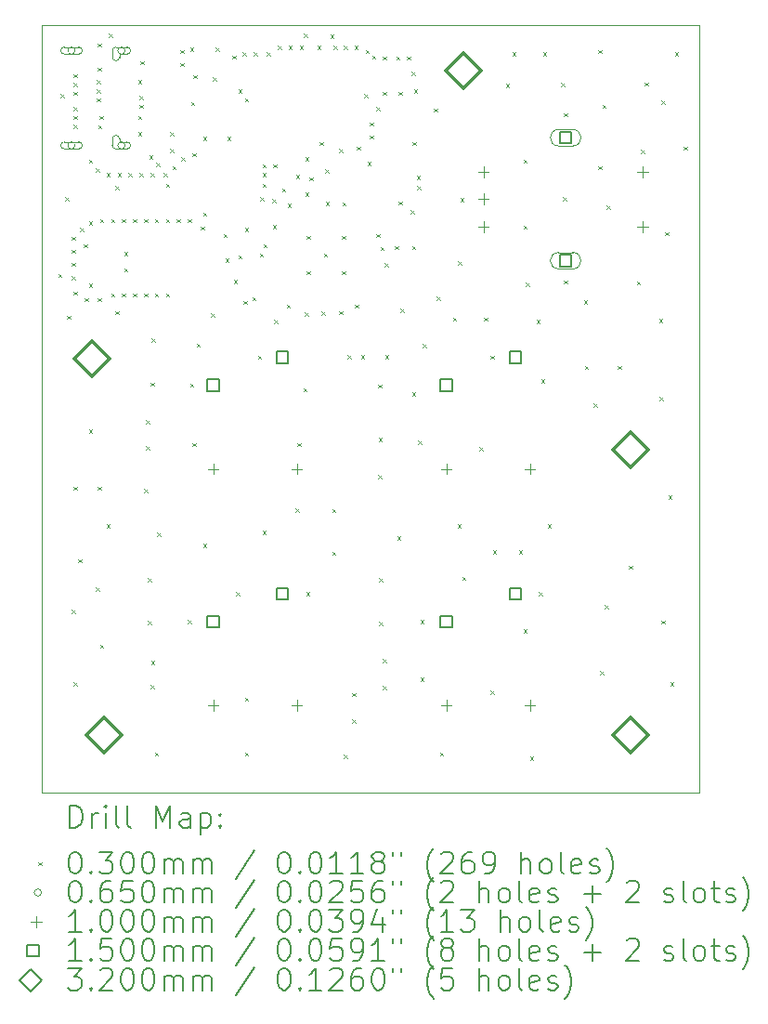
<source format=gbr>
%TF.GenerationSoftware,KiCad,Pcbnew,8.0.4*%
%TF.CreationDate,2024-11-08T09:57:30+08:00*%
%TF.ProjectId,SwiftK_v2,53776966-744b-45f7-9632-2e6b69636164,rev?*%
%TF.SameCoordinates,Original*%
%TF.FileFunction,Drillmap*%
%TF.FilePolarity,Positive*%
%FSLAX45Y45*%
G04 Gerber Fmt 4.5, Leading zero omitted, Abs format (unit mm)*
G04 Created by KiCad (PCBNEW 8.0.4) date 2024-11-08 09:57:30*
%MOMM*%
%LPD*%
G01*
G04 APERTURE LIST*
%ADD10C,0.050000*%
%ADD11C,0.010000*%
%ADD12C,0.200000*%
%ADD13C,0.100000*%
%ADD14C,0.150000*%
%ADD15C,0.320000*%
G04 APERTURE END LIST*
D10*
X18932000Y-6456000D02*
X12932000Y-6456000D01*
X12932000Y-6456000D02*
X12932000Y-7456000D01*
X18932000Y-13456000D02*
X12932000Y-13456000D01*
X12932000Y-13456000D02*
X12932000Y-6456000D01*
X18932000Y-13456000D02*
X18932000Y-6456000D01*
D11*
X13577000Y-6751000D02*
X13577000Y-6691000D01*
X13577000Y-7495000D02*
X13577000Y-7555000D01*
X13609500Y-6658500D02*
X13709500Y-6658500D01*
X13609500Y-7587500D02*
X13709500Y-7587500D01*
X13642000Y-6723500D02*
X13642000Y-6751000D01*
X13642000Y-7522500D02*
X13642000Y-7495000D01*
X13709500Y-6723500D02*
X13642000Y-6723500D01*
X13709500Y-7522500D02*
X13642000Y-7522500D01*
X13577000Y-6691000D02*
G75*
G02*
X13609500Y-6658500I32500J0D01*
G01*
X13577000Y-7495000D02*
G75*
G02*
X13609500Y-7462500I32500J0D01*
G01*
X13609500Y-6783500D02*
G75*
G02*
X13577000Y-6751000I0J32500D01*
G01*
X13609500Y-7462500D02*
G75*
G02*
X13642000Y-7495000I0J-32500D01*
G01*
X13609500Y-7587500D02*
G75*
G02*
X13577000Y-7555000I0J32500D01*
G01*
X13642000Y-6751000D02*
G75*
G02*
X13609500Y-6783500I-32500J0D01*
G01*
X13709500Y-6658500D02*
G75*
G02*
X13742000Y-6691000I0J-32500D01*
G01*
X13709500Y-7522500D02*
G75*
G02*
X13742000Y-7555000I0J-32500D01*
G01*
X13742000Y-6691000D02*
G75*
G02*
X13709500Y-6723500I-32500J0D01*
G01*
X13742000Y-7555000D02*
G75*
G02*
X13709500Y-7587500I-32500J0D01*
G01*
D12*
D13*
X13085000Y-8725000D02*
X13115000Y-8755000D01*
X13115000Y-8725000D02*
X13085000Y-8755000D01*
X13105000Y-7085000D02*
X13135000Y-7115000D01*
X13135000Y-7085000D02*
X13105000Y-7115000D01*
X13145000Y-8025000D02*
X13175000Y-8055000D01*
X13175000Y-8025000D02*
X13145000Y-8055000D01*
X13165000Y-9105000D02*
X13195000Y-9135000D01*
X13195000Y-9105000D02*
X13165000Y-9135000D01*
X13205000Y-8385000D02*
X13235000Y-8415000D01*
X13235000Y-8385000D02*
X13205000Y-8415000D01*
X13205000Y-8505000D02*
X13235000Y-8535000D01*
X13235000Y-8505000D02*
X13205000Y-8535000D01*
X13205000Y-8625000D02*
X13235000Y-8655000D01*
X13235000Y-8625000D02*
X13205000Y-8655000D01*
X13205000Y-8745000D02*
X13235000Y-8775000D01*
X13235000Y-8745000D02*
X13205000Y-8775000D01*
X13205000Y-11785000D02*
X13235000Y-11815000D01*
X13235000Y-11785000D02*
X13205000Y-11815000D01*
X13225000Y-6905000D02*
X13255000Y-6935000D01*
X13255000Y-6905000D02*
X13225000Y-6935000D01*
X13225000Y-6985000D02*
X13255000Y-7015000D01*
X13255000Y-6985000D02*
X13225000Y-7015000D01*
X13225000Y-7065000D02*
X13255000Y-7095000D01*
X13255000Y-7065000D02*
X13225000Y-7095000D01*
X13225000Y-7205000D02*
X13255000Y-7235000D01*
X13255000Y-7205000D02*
X13225000Y-7235000D01*
X13225000Y-7285000D02*
X13255000Y-7315000D01*
X13255000Y-7285000D02*
X13225000Y-7315000D01*
X13225000Y-7365000D02*
X13255000Y-7395000D01*
X13255000Y-7365000D02*
X13225000Y-7395000D01*
X13225000Y-8885000D02*
X13255000Y-8915000D01*
X13255000Y-8885000D02*
X13225000Y-8915000D01*
X13225000Y-10665000D02*
X13255000Y-10695000D01*
X13255000Y-10665000D02*
X13225000Y-10695000D01*
X13225000Y-12445000D02*
X13255000Y-12475000D01*
X13255000Y-12445000D02*
X13225000Y-12475000D01*
X13265000Y-11325000D02*
X13295000Y-11355000D01*
X13295000Y-11325000D02*
X13265000Y-11355000D01*
X13285000Y-8305000D02*
X13315000Y-8335000D01*
X13315000Y-8305000D02*
X13285000Y-8335000D01*
X13315000Y-8455000D02*
X13345000Y-8485000D01*
X13345000Y-8455000D02*
X13315000Y-8485000D01*
X13325000Y-8945000D02*
X13355000Y-8975000D01*
X13355000Y-8945000D02*
X13325000Y-8975000D01*
X13365000Y-7685000D02*
X13395000Y-7715000D01*
X13395000Y-7685000D02*
X13365000Y-7715000D01*
X13365000Y-8245000D02*
X13395000Y-8275000D01*
X13395000Y-8245000D02*
X13365000Y-8275000D01*
X13365000Y-8815000D02*
X13395000Y-8845000D01*
X13395000Y-8815000D02*
X13365000Y-8845000D01*
X13365000Y-10145000D02*
X13395000Y-10175000D01*
X13395000Y-10145000D02*
X13365000Y-10175000D01*
X13425000Y-7765000D02*
X13455000Y-7795000D01*
X13455000Y-7765000D02*
X13425000Y-7795000D01*
X13425000Y-11585000D02*
X13455000Y-11615000D01*
X13455000Y-11585000D02*
X13425000Y-11615000D01*
X13435000Y-6960000D02*
X13465000Y-6990000D01*
X13465000Y-6960000D02*
X13435000Y-6990000D01*
X13435000Y-7045000D02*
X13465000Y-7075000D01*
X13465000Y-7045000D02*
X13435000Y-7075000D01*
X13435000Y-7125000D02*
X13465000Y-7155000D01*
X13465000Y-7125000D02*
X13435000Y-7155000D01*
X13445000Y-6625000D02*
X13475000Y-6655000D01*
X13475000Y-6625000D02*
X13445000Y-6655000D01*
X13445000Y-6845000D02*
X13475000Y-6875000D01*
X13475000Y-6845000D02*
X13445000Y-6875000D01*
X13445000Y-8945000D02*
X13475000Y-8975000D01*
X13475000Y-8945000D02*
X13445000Y-8975000D01*
X13445000Y-10665000D02*
X13475000Y-10695000D01*
X13475000Y-10665000D02*
X13445000Y-10695000D01*
X13449000Y-7371000D02*
X13479000Y-7401000D01*
X13479000Y-7371000D02*
X13449000Y-7401000D01*
X13460000Y-7285000D02*
X13490000Y-7315000D01*
X13490000Y-7285000D02*
X13460000Y-7315000D01*
X13465000Y-8225000D02*
X13495000Y-8255000D01*
X13495000Y-8225000D02*
X13465000Y-8255000D01*
X13465000Y-12105000D02*
X13495000Y-12135000D01*
X13495000Y-12105000D02*
X13465000Y-12135000D01*
X13525000Y-7805000D02*
X13555000Y-7835000D01*
X13555000Y-7805000D02*
X13525000Y-7835000D01*
X13525000Y-11005000D02*
X13555000Y-11035000D01*
X13555000Y-11005000D02*
X13525000Y-11035000D01*
X13545000Y-6535000D02*
X13575000Y-6565000D01*
X13575000Y-6535000D02*
X13545000Y-6565000D01*
X13565000Y-8225000D02*
X13595000Y-8255000D01*
X13595000Y-8225000D02*
X13565000Y-8255000D01*
X13565000Y-8905000D02*
X13595000Y-8935000D01*
X13595000Y-8905000D02*
X13565000Y-8935000D01*
X13605000Y-7925000D02*
X13635000Y-7955000D01*
X13635000Y-7925000D02*
X13605000Y-7955000D01*
X13605000Y-9065000D02*
X13635000Y-9095000D01*
X13635000Y-9065000D02*
X13605000Y-9095000D01*
X13625000Y-7805000D02*
X13655000Y-7835000D01*
X13655000Y-7805000D02*
X13625000Y-7835000D01*
X13665000Y-8225000D02*
X13695000Y-8255000D01*
X13695000Y-8225000D02*
X13665000Y-8255000D01*
X13665000Y-8905000D02*
X13695000Y-8935000D01*
X13695000Y-8905000D02*
X13665000Y-8935000D01*
X13685000Y-8525000D02*
X13715000Y-8555000D01*
X13715000Y-8525000D02*
X13685000Y-8555000D01*
X13685000Y-8675000D02*
X13715000Y-8705000D01*
X13715000Y-8675000D02*
X13685000Y-8705000D01*
X13725000Y-7805000D02*
X13755000Y-7835000D01*
X13755000Y-7805000D02*
X13725000Y-7835000D01*
X13765000Y-8225000D02*
X13795000Y-8255000D01*
X13795000Y-8225000D02*
X13765000Y-8255000D01*
X13765000Y-8905000D02*
X13795000Y-8935000D01*
X13795000Y-8905000D02*
X13765000Y-8935000D01*
X13810000Y-6960000D02*
X13840000Y-6990000D01*
X13840000Y-6960000D02*
X13810000Y-6990000D01*
X13810000Y-7285000D02*
X13840000Y-7315000D01*
X13840000Y-7285000D02*
X13810000Y-7315000D01*
X13810000Y-7435000D02*
X13840000Y-7465000D01*
X13840000Y-7435000D02*
X13810000Y-7465000D01*
X13825000Y-7105000D02*
X13855000Y-7135000D01*
X13855000Y-7105000D02*
X13825000Y-7135000D01*
X13825000Y-7185000D02*
X13855000Y-7215000D01*
X13855000Y-7185000D02*
X13825000Y-7215000D01*
X13825000Y-7805000D02*
X13855000Y-7835000D01*
X13855000Y-7805000D02*
X13825000Y-7835000D01*
X13835000Y-6785000D02*
X13865000Y-6815000D01*
X13865000Y-6785000D02*
X13835000Y-6815000D01*
X13865000Y-8225000D02*
X13895000Y-8255000D01*
X13895000Y-8225000D02*
X13865000Y-8255000D01*
X13865000Y-8905000D02*
X13895000Y-8935000D01*
X13895000Y-8905000D02*
X13865000Y-8935000D01*
X13865000Y-10685000D02*
X13895000Y-10715000D01*
X13895000Y-10685000D02*
X13865000Y-10715000D01*
X13885000Y-10060000D02*
X13915000Y-10090000D01*
X13915000Y-10060000D02*
X13885000Y-10090000D01*
X13885000Y-10295000D02*
X13915000Y-10325000D01*
X13915000Y-10295000D02*
X13885000Y-10325000D01*
X13900000Y-11497500D02*
X13930000Y-11527500D01*
X13930000Y-11497500D02*
X13900000Y-11527500D01*
X13902500Y-11887500D02*
X13932500Y-11917500D01*
X13932500Y-11887500D02*
X13902500Y-11917500D01*
X13915000Y-7645000D02*
X13945000Y-7675000D01*
X13945000Y-7645000D02*
X13915000Y-7675000D01*
X13925000Y-7805000D02*
X13955000Y-7835000D01*
X13955000Y-7805000D02*
X13925000Y-7835000D01*
X13925000Y-9715000D02*
X13955000Y-9745000D01*
X13955000Y-9715000D02*
X13925000Y-9745000D01*
X13927500Y-12470000D02*
X13957500Y-12500000D01*
X13957500Y-12470000D02*
X13927500Y-12500000D01*
X13930000Y-12250000D02*
X13960000Y-12280000D01*
X13960000Y-12250000D02*
X13930000Y-12280000D01*
X13935000Y-9315000D02*
X13965000Y-9345000D01*
X13965000Y-9315000D02*
X13935000Y-9345000D01*
X13965000Y-8225000D02*
X13995000Y-8255000D01*
X13995000Y-8225000D02*
X13965000Y-8255000D01*
X13965000Y-8905000D02*
X13995000Y-8935000D01*
X13995000Y-8905000D02*
X13965000Y-8935000D01*
X13965000Y-13085000D02*
X13995000Y-13115000D01*
X13995000Y-13085000D02*
X13965000Y-13115000D01*
X13975000Y-7715000D02*
X14005000Y-7745000D01*
X14005000Y-7715000D02*
X13975000Y-7745000D01*
X13985000Y-11085000D02*
X14015000Y-11115000D01*
X14015000Y-11085000D02*
X13985000Y-11115000D01*
X14045000Y-7805000D02*
X14075000Y-7835000D01*
X14075000Y-7805000D02*
X14045000Y-7835000D01*
X14065000Y-7905000D02*
X14095000Y-7935000D01*
X14095000Y-7905000D02*
X14065000Y-7935000D01*
X14065000Y-8225000D02*
X14095000Y-8255000D01*
X14095000Y-8225000D02*
X14065000Y-8255000D01*
X14065000Y-8905000D02*
X14095000Y-8935000D01*
X14095000Y-8905000D02*
X14065000Y-8935000D01*
X14105000Y-7435000D02*
X14135000Y-7465000D01*
X14135000Y-7435000D02*
X14105000Y-7465000D01*
X14105000Y-7585000D02*
X14135000Y-7615000D01*
X14135000Y-7585000D02*
X14105000Y-7615000D01*
X14125000Y-7745000D02*
X14155000Y-7775000D01*
X14155000Y-7745000D02*
X14125000Y-7775000D01*
X14165000Y-8225000D02*
X14195000Y-8255000D01*
X14195000Y-8225000D02*
X14165000Y-8255000D01*
X14195000Y-6685000D02*
X14225000Y-6715000D01*
X14225000Y-6685000D02*
X14195000Y-6715000D01*
X14195000Y-6805000D02*
X14225000Y-6835000D01*
X14225000Y-6805000D02*
X14195000Y-6835000D01*
X14205000Y-7665000D02*
X14235000Y-7695000D01*
X14235000Y-7665000D02*
X14205000Y-7695000D01*
X14265000Y-8225000D02*
X14295000Y-8255000D01*
X14295000Y-8225000D02*
X14265000Y-8255000D01*
X14265000Y-11879000D02*
X14295000Y-11909000D01*
X14295000Y-11879000D02*
X14265000Y-11909000D01*
X14285000Y-6665000D02*
X14315000Y-6695000D01*
X14315000Y-6665000D02*
X14285000Y-6695000D01*
X14285000Y-9725000D02*
X14315000Y-9755000D01*
X14315000Y-9725000D02*
X14285000Y-9755000D01*
X14295000Y-7160000D02*
X14325000Y-7190000D01*
X14325000Y-7160000D02*
X14295000Y-7190000D01*
X14305000Y-7625000D02*
X14335000Y-7655000D01*
X14335000Y-7625000D02*
X14305000Y-7655000D01*
X14305000Y-10265000D02*
X14335000Y-10295000D01*
X14335000Y-10265000D02*
X14305000Y-10295000D01*
X14315000Y-6915000D02*
X14345000Y-6945000D01*
X14345000Y-6915000D02*
X14315000Y-6945000D01*
X14345000Y-9360000D02*
X14375000Y-9390000D01*
X14375000Y-9360000D02*
X14345000Y-9390000D01*
X14385000Y-8295000D02*
X14415000Y-8325000D01*
X14415000Y-8295000D02*
X14385000Y-8325000D01*
X14405000Y-7475000D02*
X14435000Y-7505000D01*
X14435000Y-7475000D02*
X14405000Y-7505000D01*
X14405000Y-8165000D02*
X14435000Y-8195000D01*
X14435000Y-8165000D02*
X14405000Y-8195000D01*
X14405000Y-11185000D02*
X14435000Y-11215000D01*
X14435000Y-11185000D02*
X14405000Y-11215000D01*
X14475000Y-9085000D02*
X14505000Y-9115000D01*
X14505000Y-9085000D02*
X14475000Y-9115000D01*
X14495000Y-6935000D02*
X14525000Y-6965000D01*
X14525000Y-6935000D02*
X14495000Y-6965000D01*
X14520000Y-6665000D02*
X14550000Y-6695000D01*
X14550000Y-6665000D02*
X14520000Y-6695000D01*
X14590000Y-8360000D02*
X14620000Y-8390000D01*
X14620000Y-8360000D02*
X14590000Y-8390000D01*
X14607573Y-8587574D02*
X14637573Y-8617574D01*
X14637573Y-8587574D02*
X14607573Y-8617574D01*
X14625000Y-7475000D02*
X14655000Y-7505000D01*
X14655000Y-7475000D02*
X14625000Y-7505000D01*
X14672650Y-6735000D02*
X14702650Y-6765000D01*
X14702650Y-6735000D02*
X14672650Y-6765000D01*
X14685000Y-8780000D02*
X14715000Y-8810000D01*
X14715000Y-8780000D02*
X14685000Y-8810000D01*
X14705000Y-11625000D02*
X14735000Y-11655000D01*
X14735000Y-11625000D02*
X14705000Y-11655000D01*
X14725000Y-7045000D02*
X14755000Y-7075000D01*
X14755000Y-7045000D02*
X14725000Y-7075000D01*
X14725000Y-8555000D02*
X14755000Y-8585000D01*
X14755000Y-8555000D02*
X14725000Y-8585000D01*
X14765000Y-6705000D02*
X14795000Y-6735000D01*
X14795000Y-6705000D02*
X14765000Y-6735000D01*
X14775000Y-8970000D02*
X14805000Y-9000000D01*
X14805000Y-8970000D02*
X14775000Y-9000000D01*
X14785000Y-7125000D02*
X14815000Y-7155000D01*
X14815000Y-7125000D02*
X14785000Y-7155000D01*
X14785000Y-8305000D02*
X14815000Y-8335000D01*
X14815000Y-8305000D02*
X14785000Y-8335000D01*
X14785000Y-12585000D02*
X14815000Y-12615000D01*
X14815000Y-12585000D02*
X14785000Y-12615000D01*
X14785000Y-13085000D02*
X14815000Y-13115000D01*
X14815000Y-13085000D02*
X14785000Y-13115000D01*
X14855000Y-8937500D02*
X14885000Y-8967500D01*
X14885000Y-8937500D02*
X14855000Y-8967500D01*
X14865000Y-6705000D02*
X14895000Y-6735000D01*
X14895000Y-6705000D02*
X14865000Y-6735000D01*
X14905000Y-9471000D02*
X14935000Y-9501000D01*
X14935000Y-9471000D02*
X14905000Y-9501000D01*
X14922500Y-8537500D02*
X14952500Y-8567500D01*
X14952500Y-8537500D02*
X14922500Y-8567500D01*
X14925000Y-8025000D02*
X14955000Y-8055000D01*
X14955000Y-8025000D02*
X14925000Y-8055000D01*
X14945000Y-7725000D02*
X14975000Y-7755000D01*
X14975000Y-7725000D02*
X14945000Y-7755000D01*
X14945000Y-7805000D02*
X14975000Y-7835000D01*
X14975000Y-7805000D02*
X14945000Y-7835000D01*
X14945000Y-7905000D02*
X14975000Y-7935000D01*
X14975000Y-7905000D02*
X14945000Y-7935000D01*
X14945000Y-11065000D02*
X14975000Y-11095000D01*
X14975000Y-11065000D02*
X14945000Y-11095000D01*
X14955000Y-8455000D02*
X14985000Y-8485000D01*
X14985000Y-8455000D02*
X14955000Y-8485000D01*
X14985000Y-6705000D02*
X15015000Y-6735000D01*
X15015000Y-6705000D02*
X14985000Y-6735000D01*
X15037000Y-8044000D02*
X15067000Y-8074000D01*
X15067000Y-8044000D02*
X15037000Y-8074000D01*
X15040000Y-8280000D02*
X15070000Y-8310000D01*
X15070000Y-8280000D02*
X15040000Y-8310000D01*
X15045000Y-7725000D02*
X15075000Y-7755000D01*
X15075000Y-7725000D02*
X15045000Y-7755000D01*
X15050000Y-9145000D02*
X15080000Y-9175000D01*
X15080000Y-9145000D02*
X15050000Y-9175000D01*
X15085000Y-6645000D02*
X15115000Y-6675000D01*
X15115000Y-6645000D02*
X15085000Y-6675000D01*
X15125000Y-7945000D02*
X15155000Y-7975000D01*
X15155000Y-7945000D02*
X15125000Y-7975000D01*
X15165000Y-9005000D02*
X15195000Y-9035000D01*
X15195000Y-9005000D02*
X15165000Y-9035000D01*
X15175000Y-8085000D02*
X15205000Y-8115000D01*
X15205000Y-8085000D02*
X15175000Y-8115000D01*
X15185000Y-6645000D02*
X15215000Y-6675000D01*
X15215000Y-6645000D02*
X15185000Y-6675000D01*
X15245000Y-10865000D02*
X15275000Y-10895000D01*
X15275000Y-10865000D02*
X15245000Y-10895000D01*
X15250000Y-7826000D02*
X15280000Y-7856000D01*
X15280000Y-7826000D02*
X15250000Y-7856000D01*
X15265000Y-10265000D02*
X15295000Y-10295000D01*
X15295000Y-10265000D02*
X15265000Y-10295000D01*
X15285000Y-6645000D02*
X15315000Y-6675000D01*
X15315000Y-6645000D02*
X15285000Y-6675000D01*
X15320000Y-9765000D02*
X15350000Y-9795000D01*
X15350000Y-9765000D02*
X15320000Y-9795000D01*
X15325000Y-6535000D02*
X15355000Y-6565000D01*
X15355000Y-6535000D02*
X15325000Y-6565000D01*
X15331875Y-9078125D02*
X15361875Y-9108125D01*
X15361875Y-9078125D02*
X15331875Y-9108125D01*
X15335000Y-7665000D02*
X15365000Y-7695000D01*
X15365000Y-7665000D02*
X15335000Y-7695000D01*
X15336126Y-7985534D02*
X15366126Y-8015534D01*
X15366126Y-7985534D02*
X15336126Y-8015534D01*
X15345000Y-11625000D02*
X15375000Y-11655000D01*
X15375000Y-11625000D02*
X15345000Y-11655000D01*
X15350000Y-8380000D02*
X15380000Y-8410000D01*
X15380000Y-8380000D02*
X15350000Y-8410000D01*
X15350000Y-8700000D02*
X15380000Y-8730000D01*
X15380000Y-8700000D02*
X15350000Y-8730000D01*
X15375000Y-7845000D02*
X15405000Y-7875000D01*
X15405000Y-7845000D02*
X15375000Y-7875000D01*
X15445000Y-6645000D02*
X15475000Y-6675000D01*
X15475000Y-6645000D02*
X15445000Y-6675000D01*
X15465000Y-7525000D02*
X15495000Y-7555000D01*
X15495000Y-7525000D02*
X15465000Y-7555000D01*
X15485000Y-9070000D02*
X15515000Y-9100000D01*
X15515000Y-9070000D02*
X15485000Y-9100000D01*
X15503750Y-8540000D02*
X15533750Y-8570000D01*
X15533750Y-8540000D02*
X15503750Y-8570000D01*
X15520000Y-7775000D02*
X15550000Y-7805000D01*
X15550000Y-7775000D02*
X15520000Y-7805000D01*
X15523750Y-8071250D02*
X15553750Y-8101250D01*
X15553750Y-8071250D02*
X15523750Y-8101250D01*
X15565000Y-6545000D02*
X15595000Y-6575000D01*
X15595000Y-6545000D02*
X15565000Y-6575000D01*
X15580000Y-10867500D02*
X15610000Y-10897500D01*
X15610000Y-10867500D02*
X15580000Y-10897500D01*
X15580000Y-11257500D02*
X15610000Y-11287500D01*
X15610000Y-11257500D02*
X15580000Y-11287500D01*
X15595000Y-6645000D02*
X15625000Y-6675000D01*
X15625000Y-6645000D02*
X15595000Y-6675000D01*
X15645000Y-7585000D02*
X15675000Y-7615000D01*
X15675000Y-7585000D02*
X15645000Y-7615000D01*
X15645000Y-9065000D02*
X15675000Y-9095000D01*
X15675000Y-9065000D02*
X15645000Y-9095000D01*
X15670000Y-8380000D02*
X15700000Y-8410000D01*
X15700000Y-8380000D02*
X15670000Y-8410000D01*
X15670000Y-8700000D02*
X15700000Y-8730000D01*
X15700000Y-8700000D02*
X15670000Y-8730000D01*
X15675000Y-8075000D02*
X15705000Y-8105000D01*
X15705000Y-8075000D02*
X15675000Y-8105000D01*
X15685000Y-6645000D02*
X15715000Y-6675000D01*
X15715000Y-6645000D02*
X15685000Y-6675000D01*
X15685000Y-13105000D02*
X15715000Y-13135000D01*
X15715000Y-13105000D02*
X15685000Y-13135000D01*
X15722500Y-9465000D02*
X15752500Y-9495000D01*
X15752500Y-9465000D02*
X15722500Y-9495000D01*
X15765000Y-12545000D02*
X15795000Y-12575000D01*
X15795000Y-12545000D02*
X15765000Y-12575000D01*
X15765000Y-12785000D02*
X15795000Y-12815000D01*
X15795000Y-12785000D02*
X15765000Y-12815000D01*
X15785000Y-6645000D02*
X15815000Y-6675000D01*
X15815000Y-6645000D02*
X15785000Y-6675000D01*
X15790000Y-9005000D02*
X15820000Y-9035000D01*
X15820000Y-9005000D02*
X15790000Y-9035000D01*
X15805000Y-7565000D02*
X15835000Y-7595000D01*
X15835000Y-7565000D02*
X15805000Y-7595000D01*
X15845000Y-9465000D02*
X15875000Y-9495000D01*
X15875000Y-9465000D02*
X15845000Y-9495000D01*
X15875000Y-7085000D02*
X15905000Y-7115000D01*
X15905000Y-7085000D02*
X15875000Y-7115000D01*
X15885000Y-6685000D02*
X15915000Y-6715000D01*
X15915000Y-6685000D02*
X15885000Y-6715000D01*
X15902500Y-7707500D02*
X15932500Y-7737500D01*
X15932500Y-7707500D02*
X15902500Y-7737500D01*
X15925000Y-7345000D02*
X15955000Y-7375000D01*
X15955000Y-7345000D02*
X15925000Y-7375000D01*
X15925000Y-7465000D02*
X15955000Y-7495000D01*
X15955000Y-7465000D02*
X15925000Y-7495000D01*
X15945000Y-6735000D02*
X15975000Y-6765000D01*
X15975000Y-6735000D02*
X15945000Y-6765000D01*
X15985000Y-7205000D02*
X16015000Y-7235000D01*
X16015000Y-7205000D02*
X15985000Y-7235000D01*
X15985000Y-8360000D02*
X16015000Y-8390000D01*
X16015000Y-8360000D02*
X15985000Y-8390000D01*
X15999000Y-9733000D02*
X16029000Y-9763000D01*
X16029000Y-9733000D02*
X15999000Y-9763000D01*
X16001000Y-10560000D02*
X16031000Y-10590000D01*
X16031000Y-10560000D02*
X16001000Y-10590000D01*
X16003000Y-10221000D02*
X16033000Y-10251000D01*
X16033000Y-10221000D02*
X16003000Y-10251000D01*
X16010000Y-11497500D02*
X16040000Y-11527500D01*
X16040000Y-11497500D02*
X16010000Y-11527500D01*
X16010000Y-11895000D02*
X16040000Y-11925000D01*
X16040000Y-11895000D02*
X16010000Y-11925000D01*
X16021569Y-8481569D02*
X16051569Y-8511569D01*
X16051569Y-8481569D02*
X16021569Y-8511569D01*
X16042500Y-12482500D02*
X16072500Y-12512500D01*
X16072500Y-12482500D02*
X16042500Y-12512500D01*
X16045000Y-6745000D02*
X16075000Y-6775000D01*
X16075000Y-6745000D02*
X16045000Y-6775000D01*
X16045000Y-7065000D02*
X16075000Y-7095000D01*
X16075000Y-7065000D02*
X16045000Y-7095000D01*
X16045000Y-12235000D02*
X16075000Y-12265000D01*
X16075000Y-12235000D02*
X16045000Y-12265000D01*
X16060000Y-8630000D02*
X16090000Y-8660000D01*
X16090000Y-8630000D02*
X16060000Y-8660000D01*
X16065000Y-9465000D02*
X16095000Y-9495000D01*
X16095000Y-9465000D02*
X16065000Y-9495000D01*
X16155000Y-8470000D02*
X16185000Y-8500000D01*
X16185000Y-8470000D02*
X16155000Y-8500000D01*
X16165000Y-6745000D02*
X16195000Y-6775000D01*
X16195000Y-6745000D02*
X16165000Y-6775000D01*
X16175000Y-11115000D02*
X16205000Y-11145000D01*
X16205000Y-11115000D02*
X16175000Y-11145000D01*
X16185000Y-7065000D02*
X16215000Y-7095000D01*
X16215000Y-7065000D02*
X16185000Y-7095000D01*
X16185000Y-8065000D02*
X16215000Y-8095000D01*
X16215000Y-8065000D02*
X16185000Y-8095000D01*
X16205000Y-9045000D02*
X16235000Y-9075000D01*
X16235000Y-9045000D02*
X16205000Y-9075000D01*
X16265000Y-6745000D02*
X16295000Y-6775000D01*
X16295000Y-6745000D02*
X16265000Y-6775000D01*
X16295000Y-8145000D02*
X16325000Y-8175000D01*
X16325000Y-8145000D02*
X16295000Y-8175000D01*
X16305000Y-6885000D02*
X16335000Y-6915000D01*
X16335000Y-6885000D02*
X16305000Y-6915000D01*
X16309000Y-9803000D02*
X16339000Y-9833000D01*
X16339000Y-9803000D02*
X16309000Y-9833000D01*
X16310000Y-8470000D02*
X16340000Y-8500000D01*
X16340000Y-8470000D02*
X16310000Y-8500000D01*
X16315000Y-7525000D02*
X16345000Y-7555000D01*
X16345000Y-7525000D02*
X16315000Y-7555000D01*
X16325000Y-7045000D02*
X16355000Y-7075000D01*
X16355000Y-7045000D02*
X16325000Y-7075000D01*
X16350000Y-7830000D02*
X16380000Y-7860000D01*
X16380000Y-7830000D02*
X16350000Y-7860000D01*
X16355000Y-7925000D02*
X16385000Y-7955000D01*
X16385000Y-7925000D02*
X16355000Y-7955000D01*
X16365000Y-10245000D02*
X16395000Y-10275000D01*
X16395000Y-10245000D02*
X16365000Y-10275000D01*
X16385000Y-11880000D02*
X16415000Y-11910000D01*
X16415000Y-11880000D02*
X16385000Y-11910000D01*
X16385000Y-12405000D02*
X16415000Y-12435000D01*
X16415000Y-12405000D02*
X16385000Y-12435000D01*
X16405000Y-9365000D02*
X16435000Y-9395000D01*
X16435000Y-9365000D02*
X16405000Y-9395000D01*
X16510000Y-7220000D02*
X16540000Y-7250000D01*
X16540000Y-7220000D02*
X16510000Y-7250000D01*
X16535000Y-8935000D02*
X16565000Y-8965000D01*
X16565000Y-8935000D02*
X16535000Y-8965000D01*
X16565000Y-13085000D02*
X16595000Y-13115000D01*
X16595000Y-13085000D02*
X16565000Y-13115000D01*
X16682500Y-9122500D02*
X16712500Y-9152500D01*
X16712500Y-9122500D02*
X16682500Y-9152500D01*
X16725000Y-11005000D02*
X16755000Y-11035000D01*
X16755000Y-11005000D02*
X16725000Y-11035000D01*
X16730000Y-8610000D02*
X16760000Y-8640000D01*
X16760000Y-8610000D02*
X16730000Y-8640000D01*
X16750000Y-8035000D02*
X16780000Y-8065000D01*
X16780000Y-8035000D02*
X16750000Y-8065000D01*
X16765000Y-11485000D02*
X16795000Y-11515000D01*
X16795000Y-11485000D02*
X16765000Y-11515000D01*
X16925000Y-10305000D02*
X16955000Y-10335000D01*
X16955000Y-10305000D02*
X16925000Y-10335000D01*
X16965000Y-9125000D02*
X16995000Y-9155000D01*
X16995000Y-9125000D02*
X16965000Y-9155000D01*
X17025000Y-9471000D02*
X17055000Y-9501000D01*
X17055000Y-9471000D02*
X17025000Y-9501000D01*
X17025000Y-12525000D02*
X17055000Y-12555000D01*
X17055000Y-12525000D02*
X17025000Y-12555000D01*
X17045000Y-11245000D02*
X17075000Y-11275000D01*
X17075000Y-11245000D02*
X17045000Y-11275000D01*
X17165000Y-6995000D02*
X17195000Y-7025000D01*
X17195000Y-6995000D02*
X17165000Y-7025000D01*
X17225000Y-6705000D02*
X17255000Y-6735000D01*
X17255000Y-6705000D02*
X17225000Y-6735000D01*
X17285000Y-11245000D02*
X17315000Y-11275000D01*
X17315000Y-11245000D02*
X17285000Y-11275000D01*
X17325000Y-7685000D02*
X17355000Y-7715000D01*
X17355000Y-7685000D02*
X17325000Y-7715000D01*
X17325000Y-8285000D02*
X17355000Y-8315000D01*
X17355000Y-8285000D02*
X17325000Y-8315000D01*
X17325000Y-11965000D02*
X17355000Y-11995000D01*
X17355000Y-11965000D02*
X17325000Y-11995000D01*
X17345000Y-8805000D02*
X17375000Y-8835000D01*
X17375000Y-8805000D02*
X17345000Y-8835000D01*
X17385000Y-13125000D02*
X17415000Y-13155000D01*
X17415000Y-13125000D02*
X17385000Y-13155000D01*
X17445000Y-9145000D02*
X17475000Y-9175000D01*
X17475000Y-9145000D02*
X17445000Y-9175000D01*
X17465000Y-11625000D02*
X17495000Y-11655000D01*
X17495000Y-11625000D02*
X17465000Y-11655000D01*
X17485000Y-9685000D02*
X17515000Y-9715000D01*
X17515000Y-9685000D02*
X17485000Y-9715000D01*
X17505000Y-6705000D02*
X17535000Y-6735000D01*
X17535000Y-6705000D02*
X17505000Y-6735000D01*
X17545000Y-11005000D02*
X17575000Y-11035000D01*
X17575000Y-11005000D02*
X17545000Y-11035000D01*
X17670000Y-6985000D02*
X17700000Y-7015000D01*
X17700000Y-6985000D02*
X17670000Y-7015000D01*
X17685000Y-8025000D02*
X17715000Y-8055000D01*
X17715000Y-8025000D02*
X17685000Y-8055000D01*
X17695000Y-7260000D02*
X17725000Y-7290000D01*
X17725000Y-7260000D02*
X17695000Y-7290000D01*
X17695000Y-8785000D02*
X17725000Y-8815000D01*
X17725000Y-8785000D02*
X17695000Y-8815000D01*
X17875000Y-8965000D02*
X17905000Y-8995000D01*
X17905000Y-8965000D02*
X17875000Y-8995000D01*
X17885000Y-9565000D02*
X17915000Y-9595000D01*
X17915000Y-9565000D02*
X17885000Y-9595000D01*
X17965000Y-9905000D02*
X17995000Y-9935000D01*
X17995000Y-9905000D02*
X17965000Y-9935000D01*
X18005000Y-6685000D02*
X18035000Y-6715000D01*
X18035000Y-6685000D02*
X18005000Y-6715000D01*
X18005000Y-7745000D02*
X18035000Y-7775000D01*
X18035000Y-7745000D02*
X18005000Y-7775000D01*
X18025000Y-12345000D02*
X18055000Y-12375000D01*
X18055000Y-12345000D02*
X18025000Y-12375000D01*
X18045000Y-7185000D02*
X18075000Y-7215000D01*
X18075000Y-7185000D02*
X18045000Y-7215000D01*
X18065000Y-11745000D02*
X18095000Y-11775000D01*
X18095000Y-11745000D02*
X18065000Y-11775000D01*
X18085000Y-8105000D02*
X18115000Y-8135000D01*
X18115000Y-8105000D02*
X18085000Y-8135000D01*
X18185000Y-9565000D02*
X18215000Y-9595000D01*
X18215000Y-9565000D02*
X18185000Y-9595000D01*
X18285000Y-11385000D02*
X18315000Y-11415000D01*
X18315000Y-11385000D02*
X18285000Y-11415000D01*
X18360000Y-8795000D02*
X18390000Y-8825000D01*
X18390000Y-8795000D02*
X18360000Y-8825000D01*
X18395000Y-7595000D02*
X18425000Y-7625000D01*
X18425000Y-7595000D02*
X18395000Y-7625000D01*
X18430000Y-6980000D02*
X18460000Y-7010000D01*
X18460000Y-6980000D02*
X18430000Y-7010000D01*
X18560000Y-9135000D02*
X18590000Y-9165000D01*
X18590000Y-9135000D02*
X18560000Y-9165000D01*
X18565000Y-9845000D02*
X18595000Y-9875000D01*
X18595000Y-9845000D02*
X18565000Y-9875000D01*
X18585000Y-7145000D02*
X18615000Y-7175000D01*
X18615000Y-7145000D02*
X18585000Y-7175000D01*
X18585000Y-11885000D02*
X18615000Y-11915000D01*
X18615000Y-11885000D02*
X18585000Y-11915000D01*
X18615000Y-8345000D02*
X18645000Y-8375000D01*
X18645000Y-8345000D02*
X18615000Y-8375000D01*
X18645000Y-10745000D02*
X18675000Y-10775000D01*
X18675000Y-10745000D02*
X18645000Y-10775000D01*
X18665000Y-12445000D02*
X18695000Y-12475000D01*
X18695000Y-12445000D02*
X18665000Y-12475000D01*
X18705000Y-6705000D02*
X18735000Y-6735000D01*
X18735000Y-6705000D02*
X18705000Y-6735000D01*
X18785000Y-7565000D02*
X18815000Y-7595000D01*
X18815000Y-7565000D02*
X18785000Y-7595000D01*
X13237000Y-6691000D02*
G75*
G02*
X13172000Y-6691000I-32500J0D01*
G01*
X13172000Y-6691000D02*
G75*
G02*
X13237000Y-6691000I32500J0D01*
G01*
X13269500Y-6658500D02*
X13139500Y-6658500D01*
X13139500Y-6723500D02*
G75*
G02*
X13139500Y-6658500I0J32500D01*
G01*
X13139500Y-6723500D02*
X13269500Y-6723500D01*
X13269500Y-6723500D02*
G75*
G03*
X13269500Y-6658500I0J32500D01*
G01*
X13237000Y-7555000D02*
G75*
G02*
X13172000Y-7555000I-32500J0D01*
G01*
X13172000Y-7555000D02*
G75*
G02*
X13237000Y-7555000I32500J0D01*
G01*
X13269500Y-7522500D02*
X13139500Y-7522500D01*
X13139500Y-7587500D02*
G75*
G02*
X13139500Y-7522500I0J32500D01*
G01*
X13139500Y-7587500D02*
X13269500Y-7587500D01*
X13269500Y-7587500D02*
G75*
G03*
X13269500Y-7522500I0J32500D01*
G01*
X13692000Y-6691000D02*
G75*
G02*
X13627000Y-6691000I-32500J0D01*
G01*
X13627000Y-6691000D02*
G75*
G02*
X13692000Y-6691000I32500J0D01*
G01*
X13692000Y-7555000D02*
G75*
G02*
X13627000Y-7555000I-32500J0D01*
G01*
X13627000Y-7555000D02*
G75*
G02*
X13692000Y-7555000I32500J0D01*
G01*
X14496500Y-10452000D02*
X14496500Y-10552000D01*
X14446500Y-10502000D02*
X14546500Y-10502000D01*
X14496500Y-12606000D02*
X14496500Y-12706000D01*
X14446500Y-12656000D02*
X14546500Y-12656000D01*
X15258500Y-10452000D02*
X15258500Y-10552000D01*
X15208500Y-10502000D02*
X15308500Y-10502000D01*
X15258500Y-12606000D02*
X15258500Y-12706000D01*
X15208500Y-12656000D02*
X15308500Y-12656000D01*
X16621500Y-10452000D02*
X16621500Y-10552000D01*
X16571500Y-10502000D02*
X16671500Y-10502000D01*
X16621500Y-12606000D02*
X16621500Y-12706000D01*
X16571500Y-12656000D02*
X16671500Y-12656000D01*
X16960000Y-7745000D02*
X16960000Y-7845000D01*
X16910000Y-7795000D02*
X17010000Y-7795000D01*
X16960000Y-7995000D02*
X16960000Y-8095000D01*
X16910000Y-8045000D02*
X17010000Y-8045000D01*
X16960000Y-8245000D02*
X16960000Y-8345000D01*
X16910000Y-8295000D02*
X17010000Y-8295000D01*
X17383500Y-10452000D02*
X17383500Y-10552000D01*
X17333500Y-10502000D02*
X17433500Y-10502000D01*
X17383500Y-12606000D02*
X17383500Y-12706000D01*
X17333500Y-12656000D02*
X17433500Y-12656000D01*
X18410000Y-7745000D02*
X18410000Y-7845000D01*
X18360000Y-7795000D02*
X18460000Y-7795000D01*
X18410000Y-8245000D02*
X18410000Y-8345000D01*
X18360000Y-8295000D02*
X18460000Y-8295000D01*
D14*
X14549533Y-9793034D02*
X14549533Y-9686967D01*
X14443466Y-9686967D01*
X14443466Y-9793034D01*
X14549533Y-9793034D01*
X14549533Y-11947033D02*
X14549533Y-11840966D01*
X14443466Y-11840966D01*
X14443466Y-11947033D01*
X14549533Y-11947033D01*
X15181533Y-9539034D02*
X15181533Y-9432967D01*
X15075466Y-9432967D01*
X15075466Y-9539034D01*
X15181533Y-9539034D01*
X15181533Y-11693033D02*
X15181533Y-11586966D01*
X15075466Y-11586966D01*
X15075466Y-11693033D01*
X15181533Y-11693033D01*
X16674533Y-9793034D02*
X16674533Y-9686967D01*
X16568466Y-9686967D01*
X16568466Y-9793034D01*
X16674533Y-9793034D01*
X16674533Y-11947033D02*
X16674533Y-11840966D01*
X16568466Y-11840966D01*
X16568466Y-11947033D01*
X16674533Y-11947033D01*
X17306534Y-9539034D02*
X17306534Y-9432967D01*
X17200467Y-9432967D01*
X17200467Y-9539034D01*
X17306534Y-9539034D01*
X17306534Y-11693033D02*
X17306534Y-11586966D01*
X17200467Y-11586966D01*
X17200467Y-11693033D01*
X17306534Y-11693033D01*
X17763034Y-7538033D02*
X17763034Y-7431966D01*
X17656967Y-7431966D01*
X17656967Y-7538033D01*
X17763034Y-7538033D01*
D13*
X17645000Y-7560000D02*
X17775000Y-7560000D01*
X17775000Y-7410000D02*
G75*
G02*
X17775000Y-7560000I0J-75000D01*
G01*
X17775000Y-7410000D02*
X17645000Y-7410000D01*
X17645000Y-7410000D02*
G75*
G03*
X17645000Y-7560000I0J-75000D01*
G01*
D14*
X17763034Y-8658034D02*
X17763034Y-8551967D01*
X17656967Y-8551967D01*
X17656967Y-8658034D01*
X17763034Y-8658034D01*
D13*
X17645000Y-8680000D02*
X17775000Y-8680000D01*
X17775000Y-8530000D02*
G75*
G02*
X17775000Y-8680000I0J-75000D01*
G01*
X17775000Y-8530000D02*
X17645000Y-8530000D01*
X17645000Y-8530000D02*
G75*
G03*
X17645000Y-8680000I0J-75000D01*
G01*
D15*
X13394000Y-9660000D02*
X13554000Y-9500000D01*
X13394000Y-9340000D01*
X13234000Y-9500000D01*
X13394000Y-9660000D01*
X13502000Y-13086000D02*
X13662000Y-12926000D01*
X13502000Y-12766000D01*
X13342000Y-12926000D01*
X13502000Y-13086000D01*
X16775000Y-7035000D02*
X16935000Y-6875000D01*
X16775000Y-6715000D01*
X16615000Y-6875000D01*
X16775000Y-7035000D01*
X18300000Y-10485000D02*
X18460000Y-10325000D01*
X18300000Y-10165000D01*
X18140000Y-10325000D01*
X18300000Y-10485000D01*
X18300000Y-13086000D02*
X18460000Y-12926000D01*
X18300000Y-12766000D01*
X18140000Y-12926000D01*
X18300000Y-13086000D01*
D12*
X13190277Y-13769984D02*
X13190277Y-13569984D01*
X13190277Y-13569984D02*
X13237896Y-13569984D01*
X13237896Y-13569984D02*
X13266467Y-13579508D01*
X13266467Y-13579508D02*
X13285515Y-13598555D01*
X13285515Y-13598555D02*
X13295039Y-13617603D01*
X13295039Y-13617603D02*
X13304562Y-13655698D01*
X13304562Y-13655698D02*
X13304562Y-13684269D01*
X13304562Y-13684269D02*
X13295039Y-13722365D01*
X13295039Y-13722365D02*
X13285515Y-13741412D01*
X13285515Y-13741412D02*
X13266467Y-13760460D01*
X13266467Y-13760460D02*
X13237896Y-13769984D01*
X13237896Y-13769984D02*
X13190277Y-13769984D01*
X13390277Y-13769984D02*
X13390277Y-13636650D01*
X13390277Y-13674746D02*
X13399801Y-13655698D01*
X13399801Y-13655698D02*
X13409324Y-13646174D01*
X13409324Y-13646174D02*
X13428372Y-13636650D01*
X13428372Y-13636650D02*
X13447420Y-13636650D01*
X13514086Y-13769984D02*
X13514086Y-13636650D01*
X13514086Y-13569984D02*
X13504562Y-13579508D01*
X13504562Y-13579508D02*
X13514086Y-13589031D01*
X13514086Y-13589031D02*
X13523610Y-13579508D01*
X13523610Y-13579508D02*
X13514086Y-13569984D01*
X13514086Y-13569984D02*
X13514086Y-13589031D01*
X13637896Y-13769984D02*
X13618848Y-13760460D01*
X13618848Y-13760460D02*
X13609324Y-13741412D01*
X13609324Y-13741412D02*
X13609324Y-13569984D01*
X13742658Y-13769984D02*
X13723610Y-13760460D01*
X13723610Y-13760460D02*
X13714086Y-13741412D01*
X13714086Y-13741412D02*
X13714086Y-13569984D01*
X13971229Y-13769984D02*
X13971229Y-13569984D01*
X13971229Y-13569984D02*
X14037896Y-13712841D01*
X14037896Y-13712841D02*
X14104562Y-13569984D01*
X14104562Y-13569984D02*
X14104562Y-13769984D01*
X14285515Y-13769984D02*
X14285515Y-13665222D01*
X14285515Y-13665222D02*
X14275991Y-13646174D01*
X14275991Y-13646174D02*
X14256943Y-13636650D01*
X14256943Y-13636650D02*
X14218848Y-13636650D01*
X14218848Y-13636650D02*
X14199801Y-13646174D01*
X14285515Y-13760460D02*
X14266467Y-13769984D01*
X14266467Y-13769984D02*
X14218848Y-13769984D01*
X14218848Y-13769984D02*
X14199801Y-13760460D01*
X14199801Y-13760460D02*
X14190277Y-13741412D01*
X14190277Y-13741412D02*
X14190277Y-13722365D01*
X14190277Y-13722365D02*
X14199801Y-13703317D01*
X14199801Y-13703317D02*
X14218848Y-13693793D01*
X14218848Y-13693793D02*
X14266467Y-13693793D01*
X14266467Y-13693793D02*
X14285515Y-13684269D01*
X14380753Y-13636650D02*
X14380753Y-13836650D01*
X14380753Y-13646174D02*
X14399801Y-13636650D01*
X14399801Y-13636650D02*
X14437896Y-13636650D01*
X14437896Y-13636650D02*
X14456943Y-13646174D01*
X14456943Y-13646174D02*
X14466467Y-13655698D01*
X14466467Y-13655698D02*
X14475991Y-13674746D01*
X14475991Y-13674746D02*
X14475991Y-13731888D01*
X14475991Y-13731888D02*
X14466467Y-13750936D01*
X14466467Y-13750936D02*
X14456943Y-13760460D01*
X14456943Y-13760460D02*
X14437896Y-13769984D01*
X14437896Y-13769984D02*
X14399801Y-13769984D01*
X14399801Y-13769984D02*
X14380753Y-13760460D01*
X14561705Y-13750936D02*
X14571229Y-13760460D01*
X14571229Y-13760460D02*
X14561705Y-13769984D01*
X14561705Y-13769984D02*
X14552182Y-13760460D01*
X14552182Y-13760460D02*
X14561705Y-13750936D01*
X14561705Y-13750936D02*
X14561705Y-13769984D01*
X14561705Y-13646174D02*
X14571229Y-13655698D01*
X14571229Y-13655698D02*
X14561705Y-13665222D01*
X14561705Y-13665222D02*
X14552182Y-13655698D01*
X14552182Y-13655698D02*
X14561705Y-13646174D01*
X14561705Y-13646174D02*
X14561705Y-13665222D01*
D13*
X12899500Y-14083500D02*
X12929500Y-14113500D01*
X12929500Y-14083500D02*
X12899500Y-14113500D01*
D12*
X13228372Y-13989984D02*
X13247420Y-13989984D01*
X13247420Y-13989984D02*
X13266467Y-13999508D01*
X13266467Y-13999508D02*
X13275991Y-14009031D01*
X13275991Y-14009031D02*
X13285515Y-14028079D01*
X13285515Y-14028079D02*
X13295039Y-14066174D01*
X13295039Y-14066174D02*
X13295039Y-14113793D01*
X13295039Y-14113793D02*
X13285515Y-14151888D01*
X13285515Y-14151888D02*
X13275991Y-14170936D01*
X13275991Y-14170936D02*
X13266467Y-14180460D01*
X13266467Y-14180460D02*
X13247420Y-14189984D01*
X13247420Y-14189984D02*
X13228372Y-14189984D01*
X13228372Y-14189984D02*
X13209324Y-14180460D01*
X13209324Y-14180460D02*
X13199801Y-14170936D01*
X13199801Y-14170936D02*
X13190277Y-14151888D01*
X13190277Y-14151888D02*
X13180753Y-14113793D01*
X13180753Y-14113793D02*
X13180753Y-14066174D01*
X13180753Y-14066174D02*
X13190277Y-14028079D01*
X13190277Y-14028079D02*
X13199801Y-14009031D01*
X13199801Y-14009031D02*
X13209324Y-13999508D01*
X13209324Y-13999508D02*
X13228372Y-13989984D01*
X13380753Y-14170936D02*
X13390277Y-14180460D01*
X13390277Y-14180460D02*
X13380753Y-14189984D01*
X13380753Y-14189984D02*
X13371229Y-14180460D01*
X13371229Y-14180460D02*
X13380753Y-14170936D01*
X13380753Y-14170936D02*
X13380753Y-14189984D01*
X13456943Y-13989984D02*
X13580753Y-13989984D01*
X13580753Y-13989984D02*
X13514086Y-14066174D01*
X13514086Y-14066174D02*
X13542658Y-14066174D01*
X13542658Y-14066174D02*
X13561705Y-14075698D01*
X13561705Y-14075698D02*
X13571229Y-14085222D01*
X13571229Y-14085222D02*
X13580753Y-14104269D01*
X13580753Y-14104269D02*
X13580753Y-14151888D01*
X13580753Y-14151888D02*
X13571229Y-14170936D01*
X13571229Y-14170936D02*
X13561705Y-14180460D01*
X13561705Y-14180460D02*
X13542658Y-14189984D01*
X13542658Y-14189984D02*
X13485515Y-14189984D01*
X13485515Y-14189984D02*
X13466467Y-14180460D01*
X13466467Y-14180460D02*
X13456943Y-14170936D01*
X13704562Y-13989984D02*
X13723610Y-13989984D01*
X13723610Y-13989984D02*
X13742658Y-13999508D01*
X13742658Y-13999508D02*
X13752182Y-14009031D01*
X13752182Y-14009031D02*
X13761705Y-14028079D01*
X13761705Y-14028079D02*
X13771229Y-14066174D01*
X13771229Y-14066174D02*
X13771229Y-14113793D01*
X13771229Y-14113793D02*
X13761705Y-14151888D01*
X13761705Y-14151888D02*
X13752182Y-14170936D01*
X13752182Y-14170936D02*
X13742658Y-14180460D01*
X13742658Y-14180460D02*
X13723610Y-14189984D01*
X13723610Y-14189984D02*
X13704562Y-14189984D01*
X13704562Y-14189984D02*
X13685515Y-14180460D01*
X13685515Y-14180460D02*
X13675991Y-14170936D01*
X13675991Y-14170936D02*
X13666467Y-14151888D01*
X13666467Y-14151888D02*
X13656943Y-14113793D01*
X13656943Y-14113793D02*
X13656943Y-14066174D01*
X13656943Y-14066174D02*
X13666467Y-14028079D01*
X13666467Y-14028079D02*
X13675991Y-14009031D01*
X13675991Y-14009031D02*
X13685515Y-13999508D01*
X13685515Y-13999508D02*
X13704562Y-13989984D01*
X13895039Y-13989984D02*
X13914086Y-13989984D01*
X13914086Y-13989984D02*
X13933134Y-13999508D01*
X13933134Y-13999508D02*
X13942658Y-14009031D01*
X13942658Y-14009031D02*
X13952182Y-14028079D01*
X13952182Y-14028079D02*
X13961705Y-14066174D01*
X13961705Y-14066174D02*
X13961705Y-14113793D01*
X13961705Y-14113793D02*
X13952182Y-14151888D01*
X13952182Y-14151888D02*
X13942658Y-14170936D01*
X13942658Y-14170936D02*
X13933134Y-14180460D01*
X13933134Y-14180460D02*
X13914086Y-14189984D01*
X13914086Y-14189984D02*
X13895039Y-14189984D01*
X13895039Y-14189984D02*
X13875991Y-14180460D01*
X13875991Y-14180460D02*
X13866467Y-14170936D01*
X13866467Y-14170936D02*
X13856943Y-14151888D01*
X13856943Y-14151888D02*
X13847420Y-14113793D01*
X13847420Y-14113793D02*
X13847420Y-14066174D01*
X13847420Y-14066174D02*
X13856943Y-14028079D01*
X13856943Y-14028079D02*
X13866467Y-14009031D01*
X13866467Y-14009031D02*
X13875991Y-13999508D01*
X13875991Y-13999508D02*
X13895039Y-13989984D01*
X14047420Y-14189984D02*
X14047420Y-14056650D01*
X14047420Y-14075698D02*
X14056943Y-14066174D01*
X14056943Y-14066174D02*
X14075991Y-14056650D01*
X14075991Y-14056650D02*
X14104563Y-14056650D01*
X14104563Y-14056650D02*
X14123610Y-14066174D01*
X14123610Y-14066174D02*
X14133134Y-14085222D01*
X14133134Y-14085222D02*
X14133134Y-14189984D01*
X14133134Y-14085222D02*
X14142658Y-14066174D01*
X14142658Y-14066174D02*
X14161705Y-14056650D01*
X14161705Y-14056650D02*
X14190277Y-14056650D01*
X14190277Y-14056650D02*
X14209324Y-14066174D01*
X14209324Y-14066174D02*
X14218848Y-14085222D01*
X14218848Y-14085222D02*
X14218848Y-14189984D01*
X14314086Y-14189984D02*
X14314086Y-14056650D01*
X14314086Y-14075698D02*
X14323610Y-14066174D01*
X14323610Y-14066174D02*
X14342658Y-14056650D01*
X14342658Y-14056650D02*
X14371229Y-14056650D01*
X14371229Y-14056650D02*
X14390277Y-14066174D01*
X14390277Y-14066174D02*
X14399801Y-14085222D01*
X14399801Y-14085222D02*
X14399801Y-14189984D01*
X14399801Y-14085222D02*
X14409324Y-14066174D01*
X14409324Y-14066174D02*
X14428372Y-14056650D01*
X14428372Y-14056650D02*
X14456943Y-14056650D01*
X14456943Y-14056650D02*
X14475991Y-14066174D01*
X14475991Y-14066174D02*
X14485515Y-14085222D01*
X14485515Y-14085222D02*
X14485515Y-14189984D01*
X14875991Y-13980460D02*
X14704563Y-14237603D01*
X15133134Y-13989984D02*
X15152182Y-13989984D01*
X15152182Y-13989984D02*
X15171229Y-13999508D01*
X15171229Y-13999508D02*
X15180753Y-14009031D01*
X15180753Y-14009031D02*
X15190277Y-14028079D01*
X15190277Y-14028079D02*
X15199801Y-14066174D01*
X15199801Y-14066174D02*
X15199801Y-14113793D01*
X15199801Y-14113793D02*
X15190277Y-14151888D01*
X15190277Y-14151888D02*
X15180753Y-14170936D01*
X15180753Y-14170936D02*
X15171229Y-14180460D01*
X15171229Y-14180460D02*
X15152182Y-14189984D01*
X15152182Y-14189984D02*
X15133134Y-14189984D01*
X15133134Y-14189984D02*
X15114086Y-14180460D01*
X15114086Y-14180460D02*
X15104563Y-14170936D01*
X15104563Y-14170936D02*
X15095039Y-14151888D01*
X15095039Y-14151888D02*
X15085515Y-14113793D01*
X15085515Y-14113793D02*
X15085515Y-14066174D01*
X15085515Y-14066174D02*
X15095039Y-14028079D01*
X15095039Y-14028079D02*
X15104563Y-14009031D01*
X15104563Y-14009031D02*
X15114086Y-13999508D01*
X15114086Y-13999508D02*
X15133134Y-13989984D01*
X15285515Y-14170936D02*
X15295039Y-14180460D01*
X15295039Y-14180460D02*
X15285515Y-14189984D01*
X15285515Y-14189984D02*
X15275991Y-14180460D01*
X15275991Y-14180460D02*
X15285515Y-14170936D01*
X15285515Y-14170936D02*
X15285515Y-14189984D01*
X15418848Y-13989984D02*
X15437896Y-13989984D01*
X15437896Y-13989984D02*
X15456944Y-13999508D01*
X15456944Y-13999508D02*
X15466467Y-14009031D01*
X15466467Y-14009031D02*
X15475991Y-14028079D01*
X15475991Y-14028079D02*
X15485515Y-14066174D01*
X15485515Y-14066174D02*
X15485515Y-14113793D01*
X15485515Y-14113793D02*
X15475991Y-14151888D01*
X15475991Y-14151888D02*
X15466467Y-14170936D01*
X15466467Y-14170936D02*
X15456944Y-14180460D01*
X15456944Y-14180460D02*
X15437896Y-14189984D01*
X15437896Y-14189984D02*
X15418848Y-14189984D01*
X15418848Y-14189984D02*
X15399801Y-14180460D01*
X15399801Y-14180460D02*
X15390277Y-14170936D01*
X15390277Y-14170936D02*
X15380753Y-14151888D01*
X15380753Y-14151888D02*
X15371229Y-14113793D01*
X15371229Y-14113793D02*
X15371229Y-14066174D01*
X15371229Y-14066174D02*
X15380753Y-14028079D01*
X15380753Y-14028079D02*
X15390277Y-14009031D01*
X15390277Y-14009031D02*
X15399801Y-13999508D01*
X15399801Y-13999508D02*
X15418848Y-13989984D01*
X15675991Y-14189984D02*
X15561706Y-14189984D01*
X15618848Y-14189984D02*
X15618848Y-13989984D01*
X15618848Y-13989984D02*
X15599801Y-14018555D01*
X15599801Y-14018555D02*
X15580753Y-14037603D01*
X15580753Y-14037603D02*
X15561706Y-14047127D01*
X15866467Y-14189984D02*
X15752182Y-14189984D01*
X15809325Y-14189984D02*
X15809325Y-13989984D01*
X15809325Y-13989984D02*
X15790277Y-14018555D01*
X15790277Y-14018555D02*
X15771229Y-14037603D01*
X15771229Y-14037603D02*
X15752182Y-14047127D01*
X15980753Y-14075698D02*
X15961706Y-14066174D01*
X15961706Y-14066174D02*
X15952182Y-14056650D01*
X15952182Y-14056650D02*
X15942658Y-14037603D01*
X15942658Y-14037603D02*
X15942658Y-14028079D01*
X15942658Y-14028079D02*
X15952182Y-14009031D01*
X15952182Y-14009031D02*
X15961706Y-13999508D01*
X15961706Y-13999508D02*
X15980753Y-13989984D01*
X15980753Y-13989984D02*
X16018848Y-13989984D01*
X16018848Y-13989984D02*
X16037896Y-13999508D01*
X16037896Y-13999508D02*
X16047420Y-14009031D01*
X16047420Y-14009031D02*
X16056944Y-14028079D01*
X16056944Y-14028079D02*
X16056944Y-14037603D01*
X16056944Y-14037603D02*
X16047420Y-14056650D01*
X16047420Y-14056650D02*
X16037896Y-14066174D01*
X16037896Y-14066174D02*
X16018848Y-14075698D01*
X16018848Y-14075698D02*
X15980753Y-14075698D01*
X15980753Y-14075698D02*
X15961706Y-14085222D01*
X15961706Y-14085222D02*
X15952182Y-14094746D01*
X15952182Y-14094746D02*
X15942658Y-14113793D01*
X15942658Y-14113793D02*
X15942658Y-14151888D01*
X15942658Y-14151888D02*
X15952182Y-14170936D01*
X15952182Y-14170936D02*
X15961706Y-14180460D01*
X15961706Y-14180460D02*
X15980753Y-14189984D01*
X15980753Y-14189984D02*
X16018848Y-14189984D01*
X16018848Y-14189984D02*
X16037896Y-14180460D01*
X16037896Y-14180460D02*
X16047420Y-14170936D01*
X16047420Y-14170936D02*
X16056944Y-14151888D01*
X16056944Y-14151888D02*
X16056944Y-14113793D01*
X16056944Y-14113793D02*
X16047420Y-14094746D01*
X16047420Y-14094746D02*
X16037896Y-14085222D01*
X16037896Y-14085222D02*
X16018848Y-14075698D01*
X16133134Y-13989984D02*
X16133134Y-14028079D01*
X16209325Y-13989984D02*
X16209325Y-14028079D01*
X16504563Y-14266174D02*
X16495039Y-14256650D01*
X16495039Y-14256650D02*
X16475991Y-14228079D01*
X16475991Y-14228079D02*
X16466468Y-14209031D01*
X16466468Y-14209031D02*
X16456944Y-14180460D01*
X16456944Y-14180460D02*
X16447420Y-14132841D01*
X16447420Y-14132841D02*
X16447420Y-14094746D01*
X16447420Y-14094746D02*
X16456944Y-14047127D01*
X16456944Y-14047127D02*
X16466468Y-14018555D01*
X16466468Y-14018555D02*
X16475991Y-13999508D01*
X16475991Y-13999508D02*
X16495039Y-13970936D01*
X16495039Y-13970936D02*
X16504563Y-13961412D01*
X16571229Y-14009031D02*
X16580753Y-13999508D01*
X16580753Y-13999508D02*
X16599801Y-13989984D01*
X16599801Y-13989984D02*
X16647420Y-13989984D01*
X16647420Y-13989984D02*
X16666468Y-13999508D01*
X16666468Y-13999508D02*
X16675991Y-14009031D01*
X16675991Y-14009031D02*
X16685515Y-14028079D01*
X16685515Y-14028079D02*
X16685515Y-14047127D01*
X16685515Y-14047127D02*
X16675991Y-14075698D01*
X16675991Y-14075698D02*
X16561706Y-14189984D01*
X16561706Y-14189984D02*
X16685515Y-14189984D01*
X16856944Y-13989984D02*
X16818849Y-13989984D01*
X16818849Y-13989984D02*
X16799801Y-13999508D01*
X16799801Y-13999508D02*
X16790277Y-14009031D01*
X16790277Y-14009031D02*
X16771229Y-14037603D01*
X16771229Y-14037603D02*
X16761706Y-14075698D01*
X16761706Y-14075698D02*
X16761706Y-14151888D01*
X16761706Y-14151888D02*
X16771229Y-14170936D01*
X16771229Y-14170936D02*
X16780753Y-14180460D01*
X16780753Y-14180460D02*
X16799801Y-14189984D01*
X16799801Y-14189984D02*
X16837896Y-14189984D01*
X16837896Y-14189984D02*
X16856944Y-14180460D01*
X16856944Y-14180460D02*
X16866468Y-14170936D01*
X16866468Y-14170936D02*
X16875991Y-14151888D01*
X16875991Y-14151888D02*
X16875991Y-14104269D01*
X16875991Y-14104269D02*
X16866468Y-14085222D01*
X16866468Y-14085222D02*
X16856944Y-14075698D01*
X16856944Y-14075698D02*
X16837896Y-14066174D01*
X16837896Y-14066174D02*
X16799801Y-14066174D01*
X16799801Y-14066174D02*
X16780753Y-14075698D01*
X16780753Y-14075698D02*
X16771229Y-14085222D01*
X16771229Y-14085222D02*
X16761706Y-14104269D01*
X16971230Y-14189984D02*
X17009325Y-14189984D01*
X17009325Y-14189984D02*
X17028372Y-14180460D01*
X17028372Y-14180460D02*
X17037896Y-14170936D01*
X17037896Y-14170936D02*
X17056944Y-14142365D01*
X17056944Y-14142365D02*
X17066468Y-14104269D01*
X17066468Y-14104269D02*
X17066468Y-14028079D01*
X17066468Y-14028079D02*
X17056944Y-14009031D01*
X17056944Y-14009031D02*
X17047420Y-13999508D01*
X17047420Y-13999508D02*
X17028372Y-13989984D01*
X17028372Y-13989984D02*
X16990277Y-13989984D01*
X16990277Y-13989984D02*
X16971230Y-13999508D01*
X16971230Y-13999508D02*
X16961706Y-14009031D01*
X16961706Y-14009031D02*
X16952182Y-14028079D01*
X16952182Y-14028079D02*
X16952182Y-14075698D01*
X16952182Y-14075698D02*
X16961706Y-14094746D01*
X16961706Y-14094746D02*
X16971230Y-14104269D01*
X16971230Y-14104269D02*
X16990277Y-14113793D01*
X16990277Y-14113793D02*
X17028372Y-14113793D01*
X17028372Y-14113793D02*
X17047420Y-14104269D01*
X17047420Y-14104269D02*
X17056944Y-14094746D01*
X17056944Y-14094746D02*
X17066468Y-14075698D01*
X17304563Y-14189984D02*
X17304563Y-13989984D01*
X17390277Y-14189984D02*
X17390277Y-14085222D01*
X17390277Y-14085222D02*
X17380753Y-14066174D01*
X17380753Y-14066174D02*
X17361706Y-14056650D01*
X17361706Y-14056650D02*
X17333134Y-14056650D01*
X17333134Y-14056650D02*
X17314087Y-14066174D01*
X17314087Y-14066174D02*
X17304563Y-14075698D01*
X17514087Y-14189984D02*
X17495039Y-14180460D01*
X17495039Y-14180460D02*
X17485515Y-14170936D01*
X17485515Y-14170936D02*
X17475992Y-14151888D01*
X17475992Y-14151888D02*
X17475992Y-14094746D01*
X17475992Y-14094746D02*
X17485515Y-14075698D01*
X17485515Y-14075698D02*
X17495039Y-14066174D01*
X17495039Y-14066174D02*
X17514087Y-14056650D01*
X17514087Y-14056650D02*
X17542658Y-14056650D01*
X17542658Y-14056650D02*
X17561706Y-14066174D01*
X17561706Y-14066174D02*
X17571230Y-14075698D01*
X17571230Y-14075698D02*
X17580753Y-14094746D01*
X17580753Y-14094746D02*
X17580753Y-14151888D01*
X17580753Y-14151888D02*
X17571230Y-14170936D01*
X17571230Y-14170936D02*
X17561706Y-14180460D01*
X17561706Y-14180460D02*
X17542658Y-14189984D01*
X17542658Y-14189984D02*
X17514087Y-14189984D01*
X17695039Y-14189984D02*
X17675992Y-14180460D01*
X17675992Y-14180460D02*
X17666468Y-14161412D01*
X17666468Y-14161412D02*
X17666468Y-13989984D01*
X17847420Y-14180460D02*
X17828373Y-14189984D01*
X17828373Y-14189984D02*
X17790277Y-14189984D01*
X17790277Y-14189984D02*
X17771230Y-14180460D01*
X17771230Y-14180460D02*
X17761706Y-14161412D01*
X17761706Y-14161412D02*
X17761706Y-14085222D01*
X17761706Y-14085222D02*
X17771230Y-14066174D01*
X17771230Y-14066174D02*
X17790277Y-14056650D01*
X17790277Y-14056650D02*
X17828373Y-14056650D01*
X17828373Y-14056650D02*
X17847420Y-14066174D01*
X17847420Y-14066174D02*
X17856944Y-14085222D01*
X17856944Y-14085222D02*
X17856944Y-14104269D01*
X17856944Y-14104269D02*
X17761706Y-14123317D01*
X17933134Y-14180460D02*
X17952182Y-14189984D01*
X17952182Y-14189984D02*
X17990277Y-14189984D01*
X17990277Y-14189984D02*
X18009325Y-14180460D01*
X18009325Y-14180460D02*
X18018849Y-14161412D01*
X18018849Y-14161412D02*
X18018849Y-14151888D01*
X18018849Y-14151888D02*
X18009325Y-14132841D01*
X18009325Y-14132841D02*
X17990277Y-14123317D01*
X17990277Y-14123317D02*
X17961706Y-14123317D01*
X17961706Y-14123317D02*
X17942658Y-14113793D01*
X17942658Y-14113793D02*
X17933134Y-14094746D01*
X17933134Y-14094746D02*
X17933134Y-14085222D01*
X17933134Y-14085222D02*
X17942658Y-14066174D01*
X17942658Y-14066174D02*
X17961706Y-14056650D01*
X17961706Y-14056650D02*
X17990277Y-14056650D01*
X17990277Y-14056650D02*
X18009325Y-14066174D01*
X18085515Y-14266174D02*
X18095039Y-14256650D01*
X18095039Y-14256650D02*
X18114087Y-14228079D01*
X18114087Y-14228079D02*
X18123611Y-14209031D01*
X18123611Y-14209031D02*
X18133134Y-14180460D01*
X18133134Y-14180460D02*
X18142658Y-14132841D01*
X18142658Y-14132841D02*
X18142658Y-14094746D01*
X18142658Y-14094746D02*
X18133134Y-14047127D01*
X18133134Y-14047127D02*
X18123611Y-14018555D01*
X18123611Y-14018555D02*
X18114087Y-13999508D01*
X18114087Y-13999508D02*
X18095039Y-13970936D01*
X18095039Y-13970936D02*
X18085515Y-13961412D01*
D13*
X12929500Y-14362500D02*
G75*
G02*
X12864500Y-14362500I-32500J0D01*
G01*
X12864500Y-14362500D02*
G75*
G02*
X12929500Y-14362500I32500J0D01*
G01*
D12*
X13228372Y-14253984D02*
X13247420Y-14253984D01*
X13247420Y-14253984D02*
X13266467Y-14263508D01*
X13266467Y-14263508D02*
X13275991Y-14273031D01*
X13275991Y-14273031D02*
X13285515Y-14292079D01*
X13285515Y-14292079D02*
X13295039Y-14330174D01*
X13295039Y-14330174D02*
X13295039Y-14377793D01*
X13295039Y-14377793D02*
X13285515Y-14415888D01*
X13285515Y-14415888D02*
X13275991Y-14434936D01*
X13275991Y-14434936D02*
X13266467Y-14444460D01*
X13266467Y-14444460D02*
X13247420Y-14453984D01*
X13247420Y-14453984D02*
X13228372Y-14453984D01*
X13228372Y-14453984D02*
X13209324Y-14444460D01*
X13209324Y-14444460D02*
X13199801Y-14434936D01*
X13199801Y-14434936D02*
X13190277Y-14415888D01*
X13190277Y-14415888D02*
X13180753Y-14377793D01*
X13180753Y-14377793D02*
X13180753Y-14330174D01*
X13180753Y-14330174D02*
X13190277Y-14292079D01*
X13190277Y-14292079D02*
X13199801Y-14273031D01*
X13199801Y-14273031D02*
X13209324Y-14263508D01*
X13209324Y-14263508D02*
X13228372Y-14253984D01*
X13380753Y-14434936D02*
X13390277Y-14444460D01*
X13390277Y-14444460D02*
X13380753Y-14453984D01*
X13380753Y-14453984D02*
X13371229Y-14444460D01*
X13371229Y-14444460D02*
X13380753Y-14434936D01*
X13380753Y-14434936D02*
X13380753Y-14453984D01*
X13561705Y-14253984D02*
X13523610Y-14253984D01*
X13523610Y-14253984D02*
X13504562Y-14263508D01*
X13504562Y-14263508D02*
X13495039Y-14273031D01*
X13495039Y-14273031D02*
X13475991Y-14301603D01*
X13475991Y-14301603D02*
X13466467Y-14339698D01*
X13466467Y-14339698D02*
X13466467Y-14415888D01*
X13466467Y-14415888D02*
X13475991Y-14434936D01*
X13475991Y-14434936D02*
X13485515Y-14444460D01*
X13485515Y-14444460D02*
X13504562Y-14453984D01*
X13504562Y-14453984D02*
X13542658Y-14453984D01*
X13542658Y-14453984D02*
X13561705Y-14444460D01*
X13561705Y-14444460D02*
X13571229Y-14434936D01*
X13571229Y-14434936D02*
X13580753Y-14415888D01*
X13580753Y-14415888D02*
X13580753Y-14368269D01*
X13580753Y-14368269D02*
X13571229Y-14349222D01*
X13571229Y-14349222D02*
X13561705Y-14339698D01*
X13561705Y-14339698D02*
X13542658Y-14330174D01*
X13542658Y-14330174D02*
X13504562Y-14330174D01*
X13504562Y-14330174D02*
X13485515Y-14339698D01*
X13485515Y-14339698D02*
X13475991Y-14349222D01*
X13475991Y-14349222D02*
X13466467Y-14368269D01*
X13761705Y-14253984D02*
X13666467Y-14253984D01*
X13666467Y-14253984D02*
X13656943Y-14349222D01*
X13656943Y-14349222D02*
X13666467Y-14339698D01*
X13666467Y-14339698D02*
X13685515Y-14330174D01*
X13685515Y-14330174D02*
X13733134Y-14330174D01*
X13733134Y-14330174D02*
X13752182Y-14339698D01*
X13752182Y-14339698D02*
X13761705Y-14349222D01*
X13761705Y-14349222D02*
X13771229Y-14368269D01*
X13771229Y-14368269D02*
X13771229Y-14415888D01*
X13771229Y-14415888D02*
X13761705Y-14434936D01*
X13761705Y-14434936D02*
X13752182Y-14444460D01*
X13752182Y-14444460D02*
X13733134Y-14453984D01*
X13733134Y-14453984D02*
X13685515Y-14453984D01*
X13685515Y-14453984D02*
X13666467Y-14444460D01*
X13666467Y-14444460D02*
X13656943Y-14434936D01*
X13895039Y-14253984D02*
X13914086Y-14253984D01*
X13914086Y-14253984D02*
X13933134Y-14263508D01*
X13933134Y-14263508D02*
X13942658Y-14273031D01*
X13942658Y-14273031D02*
X13952182Y-14292079D01*
X13952182Y-14292079D02*
X13961705Y-14330174D01*
X13961705Y-14330174D02*
X13961705Y-14377793D01*
X13961705Y-14377793D02*
X13952182Y-14415888D01*
X13952182Y-14415888D02*
X13942658Y-14434936D01*
X13942658Y-14434936D02*
X13933134Y-14444460D01*
X13933134Y-14444460D02*
X13914086Y-14453984D01*
X13914086Y-14453984D02*
X13895039Y-14453984D01*
X13895039Y-14453984D02*
X13875991Y-14444460D01*
X13875991Y-14444460D02*
X13866467Y-14434936D01*
X13866467Y-14434936D02*
X13856943Y-14415888D01*
X13856943Y-14415888D02*
X13847420Y-14377793D01*
X13847420Y-14377793D02*
X13847420Y-14330174D01*
X13847420Y-14330174D02*
X13856943Y-14292079D01*
X13856943Y-14292079D02*
X13866467Y-14273031D01*
X13866467Y-14273031D02*
X13875991Y-14263508D01*
X13875991Y-14263508D02*
X13895039Y-14253984D01*
X14047420Y-14453984D02*
X14047420Y-14320650D01*
X14047420Y-14339698D02*
X14056943Y-14330174D01*
X14056943Y-14330174D02*
X14075991Y-14320650D01*
X14075991Y-14320650D02*
X14104563Y-14320650D01*
X14104563Y-14320650D02*
X14123610Y-14330174D01*
X14123610Y-14330174D02*
X14133134Y-14349222D01*
X14133134Y-14349222D02*
X14133134Y-14453984D01*
X14133134Y-14349222D02*
X14142658Y-14330174D01*
X14142658Y-14330174D02*
X14161705Y-14320650D01*
X14161705Y-14320650D02*
X14190277Y-14320650D01*
X14190277Y-14320650D02*
X14209324Y-14330174D01*
X14209324Y-14330174D02*
X14218848Y-14349222D01*
X14218848Y-14349222D02*
X14218848Y-14453984D01*
X14314086Y-14453984D02*
X14314086Y-14320650D01*
X14314086Y-14339698D02*
X14323610Y-14330174D01*
X14323610Y-14330174D02*
X14342658Y-14320650D01*
X14342658Y-14320650D02*
X14371229Y-14320650D01*
X14371229Y-14320650D02*
X14390277Y-14330174D01*
X14390277Y-14330174D02*
X14399801Y-14349222D01*
X14399801Y-14349222D02*
X14399801Y-14453984D01*
X14399801Y-14349222D02*
X14409324Y-14330174D01*
X14409324Y-14330174D02*
X14428372Y-14320650D01*
X14428372Y-14320650D02*
X14456943Y-14320650D01*
X14456943Y-14320650D02*
X14475991Y-14330174D01*
X14475991Y-14330174D02*
X14485515Y-14349222D01*
X14485515Y-14349222D02*
X14485515Y-14453984D01*
X14875991Y-14244460D02*
X14704563Y-14501603D01*
X15133134Y-14253984D02*
X15152182Y-14253984D01*
X15152182Y-14253984D02*
X15171229Y-14263508D01*
X15171229Y-14263508D02*
X15180753Y-14273031D01*
X15180753Y-14273031D02*
X15190277Y-14292079D01*
X15190277Y-14292079D02*
X15199801Y-14330174D01*
X15199801Y-14330174D02*
X15199801Y-14377793D01*
X15199801Y-14377793D02*
X15190277Y-14415888D01*
X15190277Y-14415888D02*
X15180753Y-14434936D01*
X15180753Y-14434936D02*
X15171229Y-14444460D01*
X15171229Y-14444460D02*
X15152182Y-14453984D01*
X15152182Y-14453984D02*
X15133134Y-14453984D01*
X15133134Y-14453984D02*
X15114086Y-14444460D01*
X15114086Y-14444460D02*
X15104563Y-14434936D01*
X15104563Y-14434936D02*
X15095039Y-14415888D01*
X15095039Y-14415888D02*
X15085515Y-14377793D01*
X15085515Y-14377793D02*
X15085515Y-14330174D01*
X15085515Y-14330174D02*
X15095039Y-14292079D01*
X15095039Y-14292079D02*
X15104563Y-14273031D01*
X15104563Y-14273031D02*
X15114086Y-14263508D01*
X15114086Y-14263508D02*
X15133134Y-14253984D01*
X15285515Y-14434936D02*
X15295039Y-14444460D01*
X15295039Y-14444460D02*
X15285515Y-14453984D01*
X15285515Y-14453984D02*
X15275991Y-14444460D01*
X15275991Y-14444460D02*
X15285515Y-14434936D01*
X15285515Y-14434936D02*
X15285515Y-14453984D01*
X15418848Y-14253984D02*
X15437896Y-14253984D01*
X15437896Y-14253984D02*
X15456944Y-14263508D01*
X15456944Y-14263508D02*
X15466467Y-14273031D01*
X15466467Y-14273031D02*
X15475991Y-14292079D01*
X15475991Y-14292079D02*
X15485515Y-14330174D01*
X15485515Y-14330174D02*
X15485515Y-14377793D01*
X15485515Y-14377793D02*
X15475991Y-14415888D01*
X15475991Y-14415888D02*
X15466467Y-14434936D01*
X15466467Y-14434936D02*
X15456944Y-14444460D01*
X15456944Y-14444460D02*
X15437896Y-14453984D01*
X15437896Y-14453984D02*
X15418848Y-14453984D01*
X15418848Y-14453984D02*
X15399801Y-14444460D01*
X15399801Y-14444460D02*
X15390277Y-14434936D01*
X15390277Y-14434936D02*
X15380753Y-14415888D01*
X15380753Y-14415888D02*
X15371229Y-14377793D01*
X15371229Y-14377793D02*
X15371229Y-14330174D01*
X15371229Y-14330174D02*
X15380753Y-14292079D01*
X15380753Y-14292079D02*
X15390277Y-14273031D01*
X15390277Y-14273031D02*
X15399801Y-14263508D01*
X15399801Y-14263508D02*
X15418848Y-14253984D01*
X15561706Y-14273031D02*
X15571229Y-14263508D01*
X15571229Y-14263508D02*
X15590277Y-14253984D01*
X15590277Y-14253984D02*
X15637896Y-14253984D01*
X15637896Y-14253984D02*
X15656944Y-14263508D01*
X15656944Y-14263508D02*
X15666467Y-14273031D01*
X15666467Y-14273031D02*
X15675991Y-14292079D01*
X15675991Y-14292079D02*
X15675991Y-14311127D01*
X15675991Y-14311127D02*
X15666467Y-14339698D01*
X15666467Y-14339698D02*
X15552182Y-14453984D01*
X15552182Y-14453984D02*
X15675991Y-14453984D01*
X15856944Y-14253984D02*
X15761706Y-14253984D01*
X15761706Y-14253984D02*
X15752182Y-14349222D01*
X15752182Y-14349222D02*
X15761706Y-14339698D01*
X15761706Y-14339698D02*
X15780753Y-14330174D01*
X15780753Y-14330174D02*
X15828372Y-14330174D01*
X15828372Y-14330174D02*
X15847420Y-14339698D01*
X15847420Y-14339698D02*
X15856944Y-14349222D01*
X15856944Y-14349222D02*
X15866467Y-14368269D01*
X15866467Y-14368269D02*
X15866467Y-14415888D01*
X15866467Y-14415888D02*
X15856944Y-14434936D01*
X15856944Y-14434936D02*
X15847420Y-14444460D01*
X15847420Y-14444460D02*
X15828372Y-14453984D01*
X15828372Y-14453984D02*
X15780753Y-14453984D01*
X15780753Y-14453984D02*
X15761706Y-14444460D01*
X15761706Y-14444460D02*
X15752182Y-14434936D01*
X16037896Y-14253984D02*
X15999801Y-14253984D01*
X15999801Y-14253984D02*
X15980753Y-14263508D01*
X15980753Y-14263508D02*
X15971229Y-14273031D01*
X15971229Y-14273031D02*
X15952182Y-14301603D01*
X15952182Y-14301603D02*
X15942658Y-14339698D01*
X15942658Y-14339698D02*
X15942658Y-14415888D01*
X15942658Y-14415888D02*
X15952182Y-14434936D01*
X15952182Y-14434936D02*
X15961706Y-14444460D01*
X15961706Y-14444460D02*
X15980753Y-14453984D01*
X15980753Y-14453984D02*
X16018848Y-14453984D01*
X16018848Y-14453984D02*
X16037896Y-14444460D01*
X16037896Y-14444460D02*
X16047420Y-14434936D01*
X16047420Y-14434936D02*
X16056944Y-14415888D01*
X16056944Y-14415888D02*
X16056944Y-14368269D01*
X16056944Y-14368269D02*
X16047420Y-14349222D01*
X16047420Y-14349222D02*
X16037896Y-14339698D01*
X16037896Y-14339698D02*
X16018848Y-14330174D01*
X16018848Y-14330174D02*
X15980753Y-14330174D01*
X15980753Y-14330174D02*
X15961706Y-14339698D01*
X15961706Y-14339698D02*
X15952182Y-14349222D01*
X15952182Y-14349222D02*
X15942658Y-14368269D01*
X16133134Y-14253984D02*
X16133134Y-14292079D01*
X16209325Y-14253984D02*
X16209325Y-14292079D01*
X16504563Y-14530174D02*
X16495039Y-14520650D01*
X16495039Y-14520650D02*
X16475991Y-14492079D01*
X16475991Y-14492079D02*
X16466468Y-14473031D01*
X16466468Y-14473031D02*
X16456944Y-14444460D01*
X16456944Y-14444460D02*
X16447420Y-14396841D01*
X16447420Y-14396841D02*
X16447420Y-14358746D01*
X16447420Y-14358746D02*
X16456944Y-14311127D01*
X16456944Y-14311127D02*
X16466468Y-14282555D01*
X16466468Y-14282555D02*
X16475991Y-14263508D01*
X16475991Y-14263508D02*
X16495039Y-14234936D01*
X16495039Y-14234936D02*
X16504563Y-14225412D01*
X16571229Y-14273031D02*
X16580753Y-14263508D01*
X16580753Y-14263508D02*
X16599801Y-14253984D01*
X16599801Y-14253984D02*
X16647420Y-14253984D01*
X16647420Y-14253984D02*
X16666468Y-14263508D01*
X16666468Y-14263508D02*
X16675991Y-14273031D01*
X16675991Y-14273031D02*
X16685515Y-14292079D01*
X16685515Y-14292079D02*
X16685515Y-14311127D01*
X16685515Y-14311127D02*
X16675991Y-14339698D01*
X16675991Y-14339698D02*
X16561706Y-14453984D01*
X16561706Y-14453984D02*
X16685515Y-14453984D01*
X16923611Y-14453984D02*
X16923611Y-14253984D01*
X17009325Y-14453984D02*
X17009325Y-14349222D01*
X17009325Y-14349222D02*
X16999801Y-14330174D01*
X16999801Y-14330174D02*
X16980753Y-14320650D01*
X16980753Y-14320650D02*
X16952182Y-14320650D01*
X16952182Y-14320650D02*
X16933134Y-14330174D01*
X16933134Y-14330174D02*
X16923611Y-14339698D01*
X17133134Y-14453984D02*
X17114087Y-14444460D01*
X17114087Y-14444460D02*
X17104563Y-14434936D01*
X17104563Y-14434936D02*
X17095039Y-14415888D01*
X17095039Y-14415888D02*
X17095039Y-14358746D01*
X17095039Y-14358746D02*
X17104563Y-14339698D01*
X17104563Y-14339698D02*
X17114087Y-14330174D01*
X17114087Y-14330174D02*
X17133134Y-14320650D01*
X17133134Y-14320650D02*
X17161706Y-14320650D01*
X17161706Y-14320650D02*
X17180753Y-14330174D01*
X17180753Y-14330174D02*
X17190277Y-14339698D01*
X17190277Y-14339698D02*
X17199801Y-14358746D01*
X17199801Y-14358746D02*
X17199801Y-14415888D01*
X17199801Y-14415888D02*
X17190277Y-14434936D01*
X17190277Y-14434936D02*
X17180753Y-14444460D01*
X17180753Y-14444460D02*
X17161706Y-14453984D01*
X17161706Y-14453984D02*
X17133134Y-14453984D01*
X17314087Y-14453984D02*
X17295039Y-14444460D01*
X17295039Y-14444460D02*
X17285515Y-14425412D01*
X17285515Y-14425412D02*
X17285515Y-14253984D01*
X17466468Y-14444460D02*
X17447420Y-14453984D01*
X17447420Y-14453984D02*
X17409325Y-14453984D01*
X17409325Y-14453984D02*
X17390277Y-14444460D01*
X17390277Y-14444460D02*
X17380753Y-14425412D01*
X17380753Y-14425412D02*
X17380753Y-14349222D01*
X17380753Y-14349222D02*
X17390277Y-14330174D01*
X17390277Y-14330174D02*
X17409325Y-14320650D01*
X17409325Y-14320650D02*
X17447420Y-14320650D01*
X17447420Y-14320650D02*
X17466468Y-14330174D01*
X17466468Y-14330174D02*
X17475992Y-14349222D01*
X17475992Y-14349222D02*
X17475992Y-14368269D01*
X17475992Y-14368269D02*
X17380753Y-14387317D01*
X17552182Y-14444460D02*
X17571230Y-14453984D01*
X17571230Y-14453984D02*
X17609325Y-14453984D01*
X17609325Y-14453984D02*
X17628373Y-14444460D01*
X17628373Y-14444460D02*
X17637896Y-14425412D01*
X17637896Y-14425412D02*
X17637896Y-14415888D01*
X17637896Y-14415888D02*
X17628373Y-14396841D01*
X17628373Y-14396841D02*
X17609325Y-14387317D01*
X17609325Y-14387317D02*
X17580753Y-14387317D01*
X17580753Y-14387317D02*
X17561706Y-14377793D01*
X17561706Y-14377793D02*
X17552182Y-14358746D01*
X17552182Y-14358746D02*
X17552182Y-14349222D01*
X17552182Y-14349222D02*
X17561706Y-14330174D01*
X17561706Y-14330174D02*
X17580753Y-14320650D01*
X17580753Y-14320650D02*
X17609325Y-14320650D01*
X17609325Y-14320650D02*
X17628373Y-14330174D01*
X17875992Y-14377793D02*
X18028373Y-14377793D01*
X17952182Y-14453984D02*
X17952182Y-14301603D01*
X18266468Y-14273031D02*
X18275992Y-14263508D01*
X18275992Y-14263508D02*
X18295039Y-14253984D01*
X18295039Y-14253984D02*
X18342658Y-14253984D01*
X18342658Y-14253984D02*
X18361706Y-14263508D01*
X18361706Y-14263508D02*
X18371230Y-14273031D01*
X18371230Y-14273031D02*
X18380754Y-14292079D01*
X18380754Y-14292079D02*
X18380754Y-14311127D01*
X18380754Y-14311127D02*
X18371230Y-14339698D01*
X18371230Y-14339698D02*
X18256944Y-14453984D01*
X18256944Y-14453984D02*
X18380754Y-14453984D01*
X18609325Y-14444460D02*
X18628373Y-14453984D01*
X18628373Y-14453984D02*
X18666468Y-14453984D01*
X18666468Y-14453984D02*
X18685516Y-14444460D01*
X18685516Y-14444460D02*
X18695039Y-14425412D01*
X18695039Y-14425412D02*
X18695039Y-14415888D01*
X18695039Y-14415888D02*
X18685516Y-14396841D01*
X18685516Y-14396841D02*
X18666468Y-14387317D01*
X18666468Y-14387317D02*
X18637896Y-14387317D01*
X18637896Y-14387317D02*
X18618849Y-14377793D01*
X18618849Y-14377793D02*
X18609325Y-14358746D01*
X18609325Y-14358746D02*
X18609325Y-14349222D01*
X18609325Y-14349222D02*
X18618849Y-14330174D01*
X18618849Y-14330174D02*
X18637896Y-14320650D01*
X18637896Y-14320650D02*
X18666468Y-14320650D01*
X18666468Y-14320650D02*
X18685516Y-14330174D01*
X18809325Y-14453984D02*
X18790277Y-14444460D01*
X18790277Y-14444460D02*
X18780754Y-14425412D01*
X18780754Y-14425412D02*
X18780754Y-14253984D01*
X18914087Y-14453984D02*
X18895039Y-14444460D01*
X18895039Y-14444460D02*
X18885516Y-14434936D01*
X18885516Y-14434936D02*
X18875992Y-14415888D01*
X18875992Y-14415888D02*
X18875992Y-14358746D01*
X18875992Y-14358746D02*
X18885516Y-14339698D01*
X18885516Y-14339698D02*
X18895039Y-14330174D01*
X18895039Y-14330174D02*
X18914087Y-14320650D01*
X18914087Y-14320650D02*
X18942658Y-14320650D01*
X18942658Y-14320650D02*
X18961706Y-14330174D01*
X18961706Y-14330174D02*
X18971230Y-14339698D01*
X18971230Y-14339698D02*
X18980754Y-14358746D01*
X18980754Y-14358746D02*
X18980754Y-14415888D01*
X18980754Y-14415888D02*
X18971230Y-14434936D01*
X18971230Y-14434936D02*
X18961706Y-14444460D01*
X18961706Y-14444460D02*
X18942658Y-14453984D01*
X18942658Y-14453984D02*
X18914087Y-14453984D01*
X19037897Y-14320650D02*
X19114087Y-14320650D01*
X19066468Y-14253984D02*
X19066468Y-14425412D01*
X19066468Y-14425412D02*
X19075992Y-14444460D01*
X19075992Y-14444460D02*
X19095039Y-14453984D01*
X19095039Y-14453984D02*
X19114087Y-14453984D01*
X19171230Y-14444460D02*
X19190277Y-14453984D01*
X19190277Y-14453984D02*
X19228373Y-14453984D01*
X19228373Y-14453984D02*
X19247420Y-14444460D01*
X19247420Y-14444460D02*
X19256944Y-14425412D01*
X19256944Y-14425412D02*
X19256944Y-14415888D01*
X19256944Y-14415888D02*
X19247420Y-14396841D01*
X19247420Y-14396841D02*
X19228373Y-14387317D01*
X19228373Y-14387317D02*
X19199801Y-14387317D01*
X19199801Y-14387317D02*
X19180754Y-14377793D01*
X19180754Y-14377793D02*
X19171230Y-14358746D01*
X19171230Y-14358746D02*
X19171230Y-14349222D01*
X19171230Y-14349222D02*
X19180754Y-14330174D01*
X19180754Y-14330174D02*
X19199801Y-14320650D01*
X19199801Y-14320650D02*
X19228373Y-14320650D01*
X19228373Y-14320650D02*
X19247420Y-14330174D01*
X19323611Y-14530174D02*
X19333135Y-14520650D01*
X19333135Y-14520650D02*
X19352182Y-14492079D01*
X19352182Y-14492079D02*
X19361706Y-14473031D01*
X19361706Y-14473031D02*
X19371230Y-14444460D01*
X19371230Y-14444460D02*
X19380754Y-14396841D01*
X19380754Y-14396841D02*
X19380754Y-14358746D01*
X19380754Y-14358746D02*
X19371230Y-14311127D01*
X19371230Y-14311127D02*
X19361706Y-14282555D01*
X19361706Y-14282555D02*
X19352182Y-14263508D01*
X19352182Y-14263508D02*
X19333135Y-14234936D01*
X19333135Y-14234936D02*
X19323611Y-14225412D01*
D13*
X12879500Y-14576500D02*
X12879500Y-14676500D01*
X12829500Y-14626500D02*
X12929500Y-14626500D01*
D12*
X13295039Y-14717984D02*
X13180753Y-14717984D01*
X13237896Y-14717984D02*
X13237896Y-14517984D01*
X13237896Y-14517984D02*
X13218848Y-14546555D01*
X13218848Y-14546555D02*
X13199801Y-14565603D01*
X13199801Y-14565603D02*
X13180753Y-14575127D01*
X13380753Y-14698936D02*
X13390277Y-14708460D01*
X13390277Y-14708460D02*
X13380753Y-14717984D01*
X13380753Y-14717984D02*
X13371229Y-14708460D01*
X13371229Y-14708460D02*
X13380753Y-14698936D01*
X13380753Y-14698936D02*
X13380753Y-14717984D01*
X13514086Y-14517984D02*
X13533134Y-14517984D01*
X13533134Y-14517984D02*
X13552182Y-14527508D01*
X13552182Y-14527508D02*
X13561705Y-14537031D01*
X13561705Y-14537031D02*
X13571229Y-14556079D01*
X13571229Y-14556079D02*
X13580753Y-14594174D01*
X13580753Y-14594174D02*
X13580753Y-14641793D01*
X13580753Y-14641793D02*
X13571229Y-14679888D01*
X13571229Y-14679888D02*
X13561705Y-14698936D01*
X13561705Y-14698936D02*
X13552182Y-14708460D01*
X13552182Y-14708460D02*
X13533134Y-14717984D01*
X13533134Y-14717984D02*
X13514086Y-14717984D01*
X13514086Y-14717984D02*
X13495039Y-14708460D01*
X13495039Y-14708460D02*
X13485515Y-14698936D01*
X13485515Y-14698936D02*
X13475991Y-14679888D01*
X13475991Y-14679888D02*
X13466467Y-14641793D01*
X13466467Y-14641793D02*
X13466467Y-14594174D01*
X13466467Y-14594174D02*
X13475991Y-14556079D01*
X13475991Y-14556079D02*
X13485515Y-14537031D01*
X13485515Y-14537031D02*
X13495039Y-14527508D01*
X13495039Y-14527508D02*
X13514086Y-14517984D01*
X13704562Y-14517984D02*
X13723610Y-14517984D01*
X13723610Y-14517984D02*
X13742658Y-14527508D01*
X13742658Y-14527508D02*
X13752182Y-14537031D01*
X13752182Y-14537031D02*
X13761705Y-14556079D01*
X13761705Y-14556079D02*
X13771229Y-14594174D01*
X13771229Y-14594174D02*
X13771229Y-14641793D01*
X13771229Y-14641793D02*
X13761705Y-14679888D01*
X13761705Y-14679888D02*
X13752182Y-14698936D01*
X13752182Y-14698936D02*
X13742658Y-14708460D01*
X13742658Y-14708460D02*
X13723610Y-14717984D01*
X13723610Y-14717984D02*
X13704562Y-14717984D01*
X13704562Y-14717984D02*
X13685515Y-14708460D01*
X13685515Y-14708460D02*
X13675991Y-14698936D01*
X13675991Y-14698936D02*
X13666467Y-14679888D01*
X13666467Y-14679888D02*
X13656943Y-14641793D01*
X13656943Y-14641793D02*
X13656943Y-14594174D01*
X13656943Y-14594174D02*
X13666467Y-14556079D01*
X13666467Y-14556079D02*
X13675991Y-14537031D01*
X13675991Y-14537031D02*
X13685515Y-14527508D01*
X13685515Y-14527508D02*
X13704562Y-14517984D01*
X13895039Y-14517984D02*
X13914086Y-14517984D01*
X13914086Y-14517984D02*
X13933134Y-14527508D01*
X13933134Y-14527508D02*
X13942658Y-14537031D01*
X13942658Y-14537031D02*
X13952182Y-14556079D01*
X13952182Y-14556079D02*
X13961705Y-14594174D01*
X13961705Y-14594174D02*
X13961705Y-14641793D01*
X13961705Y-14641793D02*
X13952182Y-14679888D01*
X13952182Y-14679888D02*
X13942658Y-14698936D01*
X13942658Y-14698936D02*
X13933134Y-14708460D01*
X13933134Y-14708460D02*
X13914086Y-14717984D01*
X13914086Y-14717984D02*
X13895039Y-14717984D01*
X13895039Y-14717984D02*
X13875991Y-14708460D01*
X13875991Y-14708460D02*
X13866467Y-14698936D01*
X13866467Y-14698936D02*
X13856943Y-14679888D01*
X13856943Y-14679888D02*
X13847420Y-14641793D01*
X13847420Y-14641793D02*
X13847420Y-14594174D01*
X13847420Y-14594174D02*
X13856943Y-14556079D01*
X13856943Y-14556079D02*
X13866467Y-14537031D01*
X13866467Y-14537031D02*
X13875991Y-14527508D01*
X13875991Y-14527508D02*
X13895039Y-14517984D01*
X14047420Y-14717984D02*
X14047420Y-14584650D01*
X14047420Y-14603698D02*
X14056943Y-14594174D01*
X14056943Y-14594174D02*
X14075991Y-14584650D01*
X14075991Y-14584650D02*
X14104563Y-14584650D01*
X14104563Y-14584650D02*
X14123610Y-14594174D01*
X14123610Y-14594174D02*
X14133134Y-14613222D01*
X14133134Y-14613222D02*
X14133134Y-14717984D01*
X14133134Y-14613222D02*
X14142658Y-14594174D01*
X14142658Y-14594174D02*
X14161705Y-14584650D01*
X14161705Y-14584650D02*
X14190277Y-14584650D01*
X14190277Y-14584650D02*
X14209324Y-14594174D01*
X14209324Y-14594174D02*
X14218848Y-14613222D01*
X14218848Y-14613222D02*
X14218848Y-14717984D01*
X14314086Y-14717984D02*
X14314086Y-14584650D01*
X14314086Y-14603698D02*
X14323610Y-14594174D01*
X14323610Y-14594174D02*
X14342658Y-14584650D01*
X14342658Y-14584650D02*
X14371229Y-14584650D01*
X14371229Y-14584650D02*
X14390277Y-14594174D01*
X14390277Y-14594174D02*
X14399801Y-14613222D01*
X14399801Y-14613222D02*
X14399801Y-14717984D01*
X14399801Y-14613222D02*
X14409324Y-14594174D01*
X14409324Y-14594174D02*
X14428372Y-14584650D01*
X14428372Y-14584650D02*
X14456943Y-14584650D01*
X14456943Y-14584650D02*
X14475991Y-14594174D01*
X14475991Y-14594174D02*
X14485515Y-14613222D01*
X14485515Y-14613222D02*
X14485515Y-14717984D01*
X14875991Y-14508460D02*
X14704563Y-14765603D01*
X15133134Y-14517984D02*
X15152182Y-14517984D01*
X15152182Y-14517984D02*
X15171229Y-14527508D01*
X15171229Y-14527508D02*
X15180753Y-14537031D01*
X15180753Y-14537031D02*
X15190277Y-14556079D01*
X15190277Y-14556079D02*
X15199801Y-14594174D01*
X15199801Y-14594174D02*
X15199801Y-14641793D01*
X15199801Y-14641793D02*
X15190277Y-14679888D01*
X15190277Y-14679888D02*
X15180753Y-14698936D01*
X15180753Y-14698936D02*
X15171229Y-14708460D01*
X15171229Y-14708460D02*
X15152182Y-14717984D01*
X15152182Y-14717984D02*
X15133134Y-14717984D01*
X15133134Y-14717984D02*
X15114086Y-14708460D01*
X15114086Y-14708460D02*
X15104563Y-14698936D01*
X15104563Y-14698936D02*
X15095039Y-14679888D01*
X15095039Y-14679888D02*
X15085515Y-14641793D01*
X15085515Y-14641793D02*
X15085515Y-14594174D01*
X15085515Y-14594174D02*
X15095039Y-14556079D01*
X15095039Y-14556079D02*
X15104563Y-14537031D01*
X15104563Y-14537031D02*
X15114086Y-14527508D01*
X15114086Y-14527508D02*
X15133134Y-14517984D01*
X15285515Y-14698936D02*
X15295039Y-14708460D01*
X15295039Y-14708460D02*
X15285515Y-14717984D01*
X15285515Y-14717984D02*
X15275991Y-14708460D01*
X15275991Y-14708460D02*
X15285515Y-14698936D01*
X15285515Y-14698936D02*
X15285515Y-14717984D01*
X15418848Y-14517984D02*
X15437896Y-14517984D01*
X15437896Y-14517984D02*
X15456944Y-14527508D01*
X15456944Y-14527508D02*
X15466467Y-14537031D01*
X15466467Y-14537031D02*
X15475991Y-14556079D01*
X15475991Y-14556079D02*
X15485515Y-14594174D01*
X15485515Y-14594174D02*
X15485515Y-14641793D01*
X15485515Y-14641793D02*
X15475991Y-14679888D01*
X15475991Y-14679888D02*
X15466467Y-14698936D01*
X15466467Y-14698936D02*
X15456944Y-14708460D01*
X15456944Y-14708460D02*
X15437896Y-14717984D01*
X15437896Y-14717984D02*
X15418848Y-14717984D01*
X15418848Y-14717984D02*
X15399801Y-14708460D01*
X15399801Y-14708460D02*
X15390277Y-14698936D01*
X15390277Y-14698936D02*
X15380753Y-14679888D01*
X15380753Y-14679888D02*
X15371229Y-14641793D01*
X15371229Y-14641793D02*
X15371229Y-14594174D01*
X15371229Y-14594174D02*
X15380753Y-14556079D01*
X15380753Y-14556079D02*
X15390277Y-14537031D01*
X15390277Y-14537031D02*
X15399801Y-14527508D01*
X15399801Y-14527508D02*
X15418848Y-14517984D01*
X15552182Y-14517984D02*
X15675991Y-14517984D01*
X15675991Y-14517984D02*
X15609325Y-14594174D01*
X15609325Y-14594174D02*
X15637896Y-14594174D01*
X15637896Y-14594174D02*
X15656944Y-14603698D01*
X15656944Y-14603698D02*
X15666467Y-14613222D01*
X15666467Y-14613222D02*
X15675991Y-14632269D01*
X15675991Y-14632269D02*
X15675991Y-14679888D01*
X15675991Y-14679888D02*
X15666467Y-14698936D01*
X15666467Y-14698936D02*
X15656944Y-14708460D01*
X15656944Y-14708460D02*
X15637896Y-14717984D01*
X15637896Y-14717984D02*
X15580753Y-14717984D01*
X15580753Y-14717984D02*
X15561706Y-14708460D01*
X15561706Y-14708460D02*
X15552182Y-14698936D01*
X15771229Y-14717984D02*
X15809325Y-14717984D01*
X15809325Y-14717984D02*
X15828372Y-14708460D01*
X15828372Y-14708460D02*
X15837896Y-14698936D01*
X15837896Y-14698936D02*
X15856944Y-14670365D01*
X15856944Y-14670365D02*
X15866467Y-14632269D01*
X15866467Y-14632269D02*
X15866467Y-14556079D01*
X15866467Y-14556079D02*
X15856944Y-14537031D01*
X15856944Y-14537031D02*
X15847420Y-14527508D01*
X15847420Y-14527508D02*
X15828372Y-14517984D01*
X15828372Y-14517984D02*
X15790277Y-14517984D01*
X15790277Y-14517984D02*
X15771229Y-14527508D01*
X15771229Y-14527508D02*
X15761706Y-14537031D01*
X15761706Y-14537031D02*
X15752182Y-14556079D01*
X15752182Y-14556079D02*
X15752182Y-14603698D01*
X15752182Y-14603698D02*
X15761706Y-14622746D01*
X15761706Y-14622746D02*
X15771229Y-14632269D01*
X15771229Y-14632269D02*
X15790277Y-14641793D01*
X15790277Y-14641793D02*
X15828372Y-14641793D01*
X15828372Y-14641793D02*
X15847420Y-14632269D01*
X15847420Y-14632269D02*
X15856944Y-14622746D01*
X15856944Y-14622746D02*
X15866467Y-14603698D01*
X16037896Y-14584650D02*
X16037896Y-14717984D01*
X15990277Y-14508460D02*
X15942658Y-14651317D01*
X15942658Y-14651317D02*
X16066467Y-14651317D01*
X16133134Y-14517984D02*
X16133134Y-14556079D01*
X16209325Y-14517984D02*
X16209325Y-14556079D01*
X16504563Y-14794174D02*
X16495039Y-14784650D01*
X16495039Y-14784650D02*
X16475991Y-14756079D01*
X16475991Y-14756079D02*
X16466468Y-14737031D01*
X16466468Y-14737031D02*
X16456944Y-14708460D01*
X16456944Y-14708460D02*
X16447420Y-14660841D01*
X16447420Y-14660841D02*
X16447420Y-14622746D01*
X16447420Y-14622746D02*
X16456944Y-14575127D01*
X16456944Y-14575127D02*
X16466468Y-14546555D01*
X16466468Y-14546555D02*
X16475991Y-14527508D01*
X16475991Y-14527508D02*
X16495039Y-14498936D01*
X16495039Y-14498936D02*
X16504563Y-14489412D01*
X16685515Y-14717984D02*
X16571229Y-14717984D01*
X16628372Y-14717984D02*
X16628372Y-14517984D01*
X16628372Y-14517984D02*
X16609325Y-14546555D01*
X16609325Y-14546555D02*
X16590277Y-14565603D01*
X16590277Y-14565603D02*
X16571229Y-14575127D01*
X16752182Y-14517984D02*
X16875991Y-14517984D01*
X16875991Y-14517984D02*
X16809325Y-14594174D01*
X16809325Y-14594174D02*
X16837896Y-14594174D01*
X16837896Y-14594174D02*
X16856944Y-14603698D01*
X16856944Y-14603698D02*
X16866468Y-14613222D01*
X16866468Y-14613222D02*
X16875991Y-14632269D01*
X16875991Y-14632269D02*
X16875991Y-14679888D01*
X16875991Y-14679888D02*
X16866468Y-14698936D01*
X16866468Y-14698936D02*
X16856944Y-14708460D01*
X16856944Y-14708460D02*
X16837896Y-14717984D01*
X16837896Y-14717984D02*
X16780753Y-14717984D01*
X16780753Y-14717984D02*
X16761706Y-14708460D01*
X16761706Y-14708460D02*
X16752182Y-14698936D01*
X17114087Y-14717984D02*
X17114087Y-14517984D01*
X17199801Y-14717984D02*
X17199801Y-14613222D01*
X17199801Y-14613222D02*
X17190277Y-14594174D01*
X17190277Y-14594174D02*
X17171230Y-14584650D01*
X17171230Y-14584650D02*
X17142658Y-14584650D01*
X17142658Y-14584650D02*
X17123611Y-14594174D01*
X17123611Y-14594174D02*
X17114087Y-14603698D01*
X17323611Y-14717984D02*
X17304563Y-14708460D01*
X17304563Y-14708460D02*
X17295039Y-14698936D01*
X17295039Y-14698936D02*
X17285515Y-14679888D01*
X17285515Y-14679888D02*
X17285515Y-14622746D01*
X17285515Y-14622746D02*
X17295039Y-14603698D01*
X17295039Y-14603698D02*
X17304563Y-14594174D01*
X17304563Y-14594174D02*
X17323611Y-14584650D01*
X17323611Y-14584650D02*
X17352182Y-14584650D01*
X17352182Y-14584650D02*
X17371230Y-14594174D01*
X17371230Y-14594174D02*
X17380753Y-14603698D01*
X17380753Y-14603698D02*
X17390277Y-14622746D01*
X17390277Y-14622746D02*
X17390277Y-14679888D01*
X17390277Y-14679888D02*
X17380753Y-14698936D01*
X17380753Y-14698936D02*
X17371230Y-14708460D01*
X17371230Y-14708460D02*
X17352182Y-14717984D01*
X17352182Y-14717984D02*
X17323611Y-14717984D01*
X17504563Y-14717984D02*
X17485515Y-14708460D01*
X17485515Y-14708460D02*
X17475992Y-14689412D01*
X17475992Y-14689412D02*
X17475992Y-14517984D01*
X17656944Y-14708460D02*
X17637896Y-14717984D01*
X17637896Y-14717984D02*
X17599801Y-14717984D01*
X17599801Y-14717984D02*
X17580753Y-14708460D01*
X17580753Y-14708460D02*
X17571230Y-14689412D01*
X17571230Y-14689412D02*
X17571230Y-14613222D01*
X17571230Y-14613222D02*
X17580753Y-14594174D01*
X17580753Y-14594174D02*
X17599801Y-14584650D01*
X17599801Y-14584650D02*
X17637896Y-14584650D01*
X17637896Y-14584650D02*
X17656944Y-14594174D01*
X17656944Y-14594174D02*
X17666468Y-14613222D01*
X17666468Y-14613222D02*
X17666468Y-14632269D01*
X17666468Y-14632269D02*
X17571230Y-14651317D01*
X17742658Y-14708460D02*
X17761706Y-14717984D01*
X17761706Y-14717984D02*
X17799801Y-14717984D01*
X17799801Y-14717984D02*
X17818849Y-14708460D01*
X17818849Y-14708460D02*
X17828373Y-14689412D01*
X17828373Y-14689412D02*
X17828373Y-14679888D01*
X17828373Y-14679888D02*
X17818849Y-14660841D01*
X17818849Y-14660841D02*
X17799801Y-14651317D01*
X17799801Y-14651317D02*
X17771230Y-14651317D01*
X17771230Y-14651317D02*
X17752182Y-14641793D01*
X17752182Y-14641793D02*
X17742658Y-14622746D01*
X17742658Y-14622746D02*
X17742658Y-14613222D01*
X17742658Y-14613222D02*
X17752182Y-14594174D01*
X17752182Y-14594174D02*
X17771230Y-14584650D01*
X17771230Y-14584650D02*
X17799801Y-14584650D01*
X17799801Y-14584650D02*
X17818849Y-14594174D01*
X17895039Y-14794174D02*
X17904563Y-14784650D01*
X17904563Y-14784650D02*
X17923611Y-14756079D01*
X17923611Y-14756079D02*
X17933134Y-14737031D01*
X17933134Y-14737031D02*
X17942658Y-14708460D01*
X17942658Y-14708460D02*
X17952182Y-14660841D01*
X17952182Y-14660841D02*
X17952182Y-14622746D01*
X17952182Y-14622746D02*
X17942658Y-14575127D01*
X17942658Y-14575127D02*
X17933134Y-14546555D01*
X17933134Y-14546555D02*
X17923611Y-14527508D01*
X17923611Y-14527508D02*
X17904563Y-14498936D01*
X17904563Y-14498936D02*
X17895039Y-14489412D01*
D14*
X12907533Y-14943533D02*
X12907533Y-14837466D01*
X12801466Y-14837466D01*
X12801466Y-14943533D01*
X12907533Y-14943533D01*
D12*
X13295039Y-14981984D02*
X13180753Y-14981984D01*
X13237896Y-14981984D02*
X13237896Y-14781984D01*
X13237896Y-14781984D02*
X13218848Y-14810555D01*
X13218848Y-14810555D02*
X13199801Y-14829603D01*
X13199801Y-14829603D02*
X13180753Y-14839127D01*
X13380753Y-14962936D02*
X13390277Y-14972460D01*
X13390277Y-14972460D02*
X13380753Y-14981984D01*
X13380753Y-14981984D02*
X13371229Y-14972460D01*
X13371229Y-14972460D02*
X13380753Y-14962936D01*
X13380753Y-14962936D02*
X13380753Y-14981984D01*
X13571229Y-14781984D02*
X13475991Y-14781984D01*
X13475991Y-14781984D02*
X13466467Y-14877222D01*
X13466467Y-14877222D02*
X13475991Y-14867698D01*
X13475991Y-14867698D02*
X13495039Y-14858174D01*
X13495039Y-14858174D02*
X13542658Y-14858174D01*
X13542658Y-14858174D02*
X13561705Y-14867698D01*
X13561705Y-14867698D02*
X13571229Y-14877222D01*
X13571229Y-14877222D02*
X13580753Y-14896269D01*
X13580753Y-14896269D02*
X13580753Y-14943888D01*
X13580753Y-14943888D02*
X13571229Y-14962936D01*
X13571229Y-14962936D02*
X13561705Y-14972460D01*
X13561705Y-14972460D02*
X13542658Y-14981984D01*
X13542658Y-14981984D02*
X13495039Y-14981984D01*
X13495039Y-14981984D02*
X13475991Y-14972460D01*
X13475991Y-14972460D02*
X13466467Y-14962936D01*
X13704562Y-14781984D02*
X13723610Y-14781984D01*
X13723610Y-14781984D02*
X13742658Y-14791508D01*
X13742658Y-14791508D02*
X13752182Y-14801031D01*
X13752182Y-14801031D02*
X13761705Y-14820079D01*
X13761705Y-14820079D02*
X13771229Y-14858174D01*
X13771229Y-14858174D02*
X13771229Y-14905793D01*
X13771229Y-14905793D02*
X13761705Y-14943888D01*
X13761705Y-14943888D02*
X13752182Y-14962936D01*
X13752182Y-14962936D02*
X13742658Y-14972460D01*
X13742658Y-14972460D02*
X13723610Y-14981984D01*
X13723610Y-14981984D02*
X13704562Y-14981984D01*
X13704562Y-14981984D02*
X13685515Y-14972460D01*
X13685515Y-14972460D02*
X13675991Y-14962936D01*
X13675991Y-14962936D02*
X13666467Y-14943888D01*
X13666467Y-14943888D02*
X13656943Y-14905793D01*
X13656943Y-14905793D02*
X13656943Y-14858174D01*
X13656943Y-14858174D02*
X13666467Y-14820079D01*
X13666467Y-14820079D02*
X13675991Y-14801031D01*
X13675991Y-14801031D02*
X13685515Y-14791508D01*
X13685515Y-14791508D02*
X13704562Y-14781984D01*
X13895039Y-14781984D02*
X13914086Y-14781984D01*
X13914086Y-14781984D02*
X13933134Y-14791508D01*
X13933134Y-14791508D02*
X13942658Y-14801031D01*
X13942658Y-14801031D02*
X13952182Y-14820079D01*
X13952182Y-14820079D02*
X13961705Y-14858174D01*
X13961705Y-14858174D02*
X13961705Y-14905793D01*
X13961705Y-14905793D02*
X13952182Y-14943888D01*
X13952182Y-14943888D02*
X13942658Y-14962936D01*
X13942658Y-14962936D02*
X13933134Y-14972460D01*
X13933134Y-14972460D02*
X13914086Y-14981984D01*
X13914086Y-14981984D02*
X13895039Y-14981984D01*
X13895039Y-14981984D02*
X13875991Y-14972460D01*
X13875991Y-14972460D02*
X13866467Y-14962936D01*
X13866467Y-14962936D02*
X13856943Y-14943888D01*
X13856943Y-14943888D02*
X13847420Y-14905793D01*
X13847420Y-14905793D02*
X13847420Y-14858174D01*
X13847420Y-14858174D02*
X13856943Y-14820079D01*
X13856943Y-14820079D02*
X13866467Y-14801031D01*
X13866467Y-14801031D02*
X13875991Y-14791508D01*
X13875991Y-14791508D02*
X13895039Y-14781984D01*
X14047420Y-14981984D02*
X14047420Y-14848650D01*
X14047420Y-14867698D02*
X14056943Y-14858174D01*
X14056943Y-14858174D02*
X14075991Y-14848650D01*
X14075991Y-14848650D02*
X14104563Y-14848650D01*
X14104563Y-14848650D02*
X14123610Y-14858174D01*
X14123610Y-14858174D02*
X14133134Y-14877222D01*
X14133134Y-14877222D02*
X14133134Y-14981984D01*
X14133134Y-14877222D02*
X14142658Y-14858174D01*
X14142658Y-14858174D02*
X14161705Y-14848650D01*
X14161705Y-14848650D02*
X14190277Y-14848650D01*
X14190277Y-14848650D02*
X14209324Y-14858174D01*
X14209324Y-14858174D02*
X14218848Y-14877222D01*
X14218848Y-14877222D02*
X14218848Y-14981984D01*
X14314086Y-14981984D02*
X14314086Y-14848650D01*
X14314086Y-14867698D02*
X14323610Y-14858174D01*
X14323610Y-14858174D02*
X14342658Y-14848650D01*
X14342658Y-14848650D02*
X14371229Y-14848650D01*
X14371229Y-14848650D02*
X14390277Y-14858174D01*
X14390277Y-14858174D02*
X14399801Y-14877222D01*
X14399801Y-14877222D02*
X14399801Y-14981984D01*
X14399801Y-14877222D02*
X14409324Y-14858174D01*
X14409324Y-14858174D02*
X14428372Y-14848650D01*
X14428372Y-14848650D02*
X14456943Y-14848650D01*
X14456943Y-14848650D02*
X14475991Y-14858174D01*
X14475991Y-14858174D02*
X14485515Y-14877222D01*
X14485515Y-14877222D02*
X14485515Y-14981984D01*
X14875991Y-14772460D02*
X14704563Y-15029603D01*
X15133134Y-14781984D02*
X15152182Y-14781984D01*
X15152182Y-14781984D02*
X15171229Y-14791508D01*
X15171229Y-14791508D02*
X15180753Y-14801031D01*
X15180753Y-14801031D02*
X15190277Y-14820079D01*
X15190277Y-14820079D02*
X15199801Y-14858174D01*
X15199801Y-14858174D02*
X15199801Y-14905793D01*
X15199801Y-14905793D02*
X15190277Y-14943888D01*
X15190277Y-14943888D02*
X15180753Y-14962936D01*
X15180753Y-14962936D02*
X15171229Y-14972460D01*
X15171229Y-14972460D02*
X15152182Y-14981984D01*
X15152182Y-14981984D02*
X15133134Y-14981984D01*
X15133134Y-14981984D02*
X15114086Y-14972460D01*
X15114086Y-14972460D02*
X15104563Y-14962936D01*
X15104563Y-14962936D02*
X15095039Y-14943888D01*
X15095039Y-14943888D02*
X15085515Y-14905793D01*
X15085515Y-14905793D02*
X15085515Y-14858174D01*
X15085515Y-14858174D02*
X15095039Y-14820079D01*
X15095039Y-14820079D02*
X15104563Y-14801031D01*
X15104563Y-14801031D02*
X15114086Y-14791508D01*
X15114086Y-14791508D02*
X15133134Y-14781984D01*
X15285515Y-14962936D02*
X15295039Y-14972460D01*
X15295039Y-14972460D02*
X15285515Y-14981984D01*
X15285515Y-14981984D02*
X15275991Y-14972460D01*
X15275991Y-14972460D02*
X15285515Y-14962936D01*
X15285515Y-14962936D02*
X15285515Y-14981984D01*
X15418848Y-14781984D02*
X15437896Y-14781984D01*
X15437896Y-14781984D02*
X15456944Y-14791508D01*
X15456944Y-14791508D02*
X15466467Y-14801031D01*
X15466467Y-14801031D02*
X15475991Y-14820079D01*
X15475991Y-14820079D02*
X15485515Y-14858174D01*
X15485515Y-14858174D02*
X15485515Y-14905793D01*
X15485515Y-14905793D02*
X15475991Y-14943888D01*
X15475991Y-14943888D02*
X15466467Y-14962936D01*
X15466467Y-14962936D02*
X15456944Y-14972460D01*
X15456944Y-14972460D02*
X15437896Y-14981984D01*
X15437896Y-14981984D02*
X15418848Y-14981984D01*
X15418848Y-14981984D02*
X15399801Y-14972460D01*
X15399801Y-14972460D02*
X15390277Y-14962936D01*
X15390277Y-14962936D02*
X15380753Y-14943888D01*
X15380753Y-14943888D02*
X15371229Y-14905793D01*
X15371229Y-14905793D02*
X15371229Y-14858174D01*
X15371229Y-14858174D02*
X15380753Y-14820079D01*
X15380753Y-14820079D02*
X15390277Y-14801031D01*
X15390277Y-14801031D02*
X15399801Y-14791508D01*
X15399801Y-14791508D02*
X15418848Y-14781984D01*
X15666467Y-14781984D02*
X15571229Y-14781984D01*
X15571229Y-14781984D02*
X15561706Y-14877222D01*
X15561706Y-14877222D02*
X15571229Y-14867698D01*
X15571229Y-14867698D02*
X15590277Y-14858174D01*
X15590277Y-14858174D02*
X15637896Y-14858174D01*
X15637896Y-14858174D02*
X15656944Y-14867698D01*
X15656944Y-14867698D02*
X15666467Y-14877222D01*
X15666467Y-14877222D02*
X15675991Y-14896269D01*
X15675991Y-14896269D02*
X15675991Y-14943888D01*
X15675991Y-14943888D02*
X15666467Y-14962936D01*
X15666467Y-14962936D02*
X15656944Y-14972460D01*
X15656944Y-14972460D02*
X15637896Y-14981984D01*
X15637896Y-14981984D02*
X15590277Y-14981984D01*
X15590277Y-14981984D02*
X15571229Y-14972460D01*
X15571229Y-14972460D02*
X15561706Y-14962936D01*
X15771229Y-14981984D02*
X15809325Y-14981984D01*
X15809325Y-14981984D02*
X15828372Y-14972460D01*
X15828372Y-14972460D02*
X15837896Y-14962936D01*
X15837896Y-14962936D02*
X15856944Y-14934365D01*
X15856944Y-14934365D02*
X15866467Y-14896269D01*
X15866467Y-14896269D02*
X15866467Y-14820079D01*
X15866467Y-14820079D02*
X15856944Y-14801031D01*
X15856944Y-14801031D02*
X15847420Y-14791508D01*
X15847420Y-14791508D02*
X15828372Y-14781984D01*
X15828372Y-14781984D02*
X15790277Y-14781984D01*
X15790277Y-14781984D02*
X15771229Y-14791508D01*
X15771229Y-14791508D02*
X15761706Y-14801031D01*
X15761706Y-14801031D02*
X15752182Y-14820079D01*
X15752182Y-14820079D02*
X15752182Y-14867698D01*
X15752182Y-14867698D02*
X15761706Y-14886746D01*
X15761706Y-14886746D02*
X15771229Y-14896269D01*
X15771229Y-14896269D02*
X15790277Y-14905793D01*
X15790277Y-14905793D02*
X15828372Y-14905793D01*
X15828372Y-14905793D02*
X15847420Y-14896269D01*
X15847420Y-14896269D02*
X15856944Y-14886746D01*
X15856944Y-14886746D02*
X15866467Y-14867698D01*
X16056944Y-14981984D02*
X15942658Y-14981984D01*
X15999801Y-14981984D02*
X15999801Y-14781984D01*
X15999801Y-14781984D02*
X15980753Y-14810555D01*
X15980753Y-14810555D02*
X15961706Y-14829603D01*
X15961706Y-14829603D02*
X15942658Y-14839127D01*
X16133134Y-14781984D02*
X16133134Y-14820079D01*
X16209325Y-14781984D02*
X16209325Y-14820079D01*
X16504563Y-15058174D02*
X16495039Y-15048650D01*
X16495039Y-15048650D02*
X16475991Y-15020079D01*
X16475991Y-15020079D02*
X16466468Y-15001031D01*
X16466468Y-15001031D02*
X16456944Y-14972460D01*
X16456944Y-14972460D02*
X16447420Y-14924841D01*
X16447420Y-14924841D02*
X16447420Y-14886746D01*
X16447420Y-14886746D02*
X16456944Y-14839127D01*
X16456944Y-14839127D02*
X16466468Y-14810555D01*
X16466468Y-14810555D02*
X16475991Y-14791508D01*
X16475991Y-14791508D02*
X16495039Y-14762936D01*
X16495039Y-14762936D02*
X16504563Y-14753412D01*
X16609325Y-14867698D02*
X16590277Y-14858174D01*
X16590277Y-14858174D02*
X16580753Y-14848650D01*
X16580753Y-14848650D02*
X16571229Y-14829603D01*
X16571229Y-14829603D02*
X16571229Y-14820079D01*
X16571229Y-14820079D02*
X16580753Y-14801031D01*
X16580753Y-14801031D02*
X16590277Y-14791508D01*
X16590277Y-14791508D02*
X16609325Y-14781984D01*
X16609325Y-14781984D02*
X16647420Y-14781984D01*
X16647420Y-14781984D02*
X16666468Y-14791508D01*
X16666468Y-14791508D02*
X16675991Y-14801031D01*
X16675991Y-14801031D02*
X16685515Y-14820079D01*
X16685515Y-14820079D02*
X16685515Y-14829603D01*
X16685515Y-14829603D02*
X16675991Y-14848650D01*
X16675991Y-14848650D02*
X16666468Y-14858174D01*
X16666468Y-14858174D02*
X16647420Y-14867698D01*
X16647420Y-14867698D02*
X16609325Y-14867698D01*
X16609325Y-14867698D02*
X16590277Y-14877222D01*
X16590277Y-14877222D02*
X16580753Y-14886746D01*
X16580753Y-14886746D02*
X16571229Y-14905793D01*
X16571229Y-14905793D02*
X16571229Y-14943888D01*
X16571229Y-14943888D02*
X16580753Y-14962936D01*
X16580753Y-14962936D02*
X16590277Y-14972460D01*
X16590277Y-14972460D02*
X16609325Y-14981984D01*
X16609325Y-14981984D02*
X16647420Y-14981984D01*
X16647420Y-14981984D02*
X16666468Y-14972460D01*
X16666468Y-14972460D02*
X16675991Y-14962936D01*
X16675991Y-14962936D02*
X16685515Y-14943888D01*
X16685515Y-14943888D02*
X16685515Y-14905793D01*
X16685515Y-14905793D02*
X16675991Y-14886746D01*
X16675991Y-14886746D02*
X16666468Y-14877222D01*
X16666468Y-14877222D02*
X16647420Y-14867698D01*
X16923611Y-14981984D02*
X16923611Y-14781984D01*
X17009325Y-14981984D02*
X17009325Y-14877222D01*
X17009325Y-14877222D02*
X16999801Y-14858174D01*
X16999801Y-14858174D02*
X16980753Y-14848650D01*
X16980753Y-14848650D02*
X16952182Y-14848650D01*
X16952182Y-14848650D02*
X16933134Y-14858174D01*
X16933134Y-14858174D02*
X16923611Y-14867698D01*
X17133134Y-14981984D02*
X17114087Y-14972460D01*
X17114087Y-14972460D02*
X17104563Y-14962936D01*
X17104563Y-14962936D02*
X17095039Y-14943888D01*
X17095039Y-14943888D02*
X17095039Y-14886746D01*
X17095039Y-14886746D02*
X17104563Y-14867698D01*
X17104563Y-14867698D02*
X17114087Y-14858174D01*
X17114087Y-14858174D02*
X17133134Y-14848650D01*
X17133134Y-14848650D02*
X17161706Y-14848650D01*
X17161706Y-14848650D02*
X17180753Y-14858174D01*
X17180753Y-14858174D02*
X17190277Y-14867698D01*
X17190277Y-14867698D02*
X17199801Y-14886746D01*
X17199801Y-14886746D02*
X17199801Y-14943888D01*
X17199801Y-14943888D02*
X17190277Y-14962936D01*
X17190277Y-14962936D02*
X17180753Y-14972460D01*
X17180753Y-14972460D02*
X17161706Y-14981984D01*
X17161706Y-14981984D02*
X17133134Y-14981984D01*
X17314087Y-14981984D02*
X17295039Y-14972460D01*
X17295039Y-14972460D02*
X17285515Y-14953412D01*
X17285515Y-14953412D02*
X17285515Y-14781984D01*
X17466468Y-14972460D02*
X17447420Y-14981984D01*
X17447420Y-14981984D02*
X17409325Y-14981984D01*
X17409325Y-14981984D02*
X17390277Y-14972460D01*
X17390277Y-14972460D02*
X17380753Y-14953412D01*
X17380753Y-14953412D02*
X17380753Y-14877222D01*
X17380753Y-14877222D02*
X17390277Y-14858174D01*
X17390277Y-14858174D02*
X17409325Y-14848650D01*
X17409325Y-14848650D02*
X17447420Y-14848650D01*
X17447420Y-14848650D02*
X17466468Y-14858174D01*
X17466468Y-14858174D02*
X17475992Y-14877222D01*
X17475992Y-14877222D02*
X17475992Y-14896269D01*
X17475992Y-14896269D02*
X17380753Y-14915317D01*
X17552182Y-14972460D02*
X17571230Y-14981984D01*
X17571230Y-14981984D02*
X17609325Y-14981984D01*
X17609325Y-14981984D02*
X17628373Y-14972460D01*
X17628373Y-14972460D02*
X17637896Y-14953412D01*
X17637896Y-14953412D02*
X17637896Y-14943888D01*
X17637896Y-14943888D02*
X17628373Y-14924841D01*
X17628373Y-14924841D02*
X17609325Y-14915317D01*
X17609325Y-14915317D02*
X17580753Y-14915317D01*
X17580753Y-14915317D02*
X17561706Y-14905793D01*
X17561706Y-14905793D02*
X17552182Y-14886746D01*
X17552182Y-14886746D02*
X17552182Y-14877222D01*
X17552182Y-14877222D02*
X17561706Y-14858174D01*
X17561706Y-14858174D02*
X17580753Y-14848650D01*
X17580753Y-14848650D02*
X17609325Y-14848650D01*
X17609325Y-14848650D02*
X17628373Y-14858174D01*
X17875992Y-14905793D02*
X18028373Y-14905793D01*
X17952182Y-14981984D02*
X17952182Y-14829603D01*
X18266468Y-14801031D02*
X18275992Y-14791508D01*
X18275992Y-14791508D02*
X18295039Y-14781984D01*
X18295039Y-14781984D02*
X18342658Y-14781984D01*
X18342658Y-14781984D02*
X18361706Y-14791508D01*
X18361706Y-14791508D02*
X18371230Y-14801031D01*
X18371230Y-14801031D02*
X18380754Y-14820079D01*
X18380754Y-14820079D02*
X18380754Y-14839127D01*
X18380754Y-14839127D02*
X18371230Y-14867698D01*
X18371230Y-14867698D02*
X18256944Y-14981984D01*
X18256944Y-14981984D02*
X18380754Y-14981984D01*
X18609325Y-14972460D02*
X18628373Y-14981984D01*
X18628373Y-14981984D02*
X18666468Y-14981984D01*
X18666468Y-14981984D02*
X18685516Y-14972460D01*
X18685516Y-14972460D02*
X18695039Y-14953412D01*
X18695039Y-14953412D02*
X18695039Y-14943888D01*
X18695039Y-14943888D02*
X18685516Y-14924841D01*
X18685516Y-14924841D02*
X18666468Y-14915317D01*
X18666468Y-14915317D02*
X18637896Y-14915317D01*
X18637896Y-14915317D02*
X18618849Y-14905793D01*
X18618849Y-14905793D02*
X18609325Y-14886746D01*
X18609325Y-14886746D02*
X18609325Y-14877222D01*
X18609325Y-14877222D02*
X18618849Y-14858174D01*
X18618849Y-14858174D02*
X18637896Y-14848650D01*
X18637896Y-14848650D02*
X18666468Y-14848650D01*
X18666468Y-14848650D02*
X18685516Y-14858174D01*
X18809325Y-14981984D02*
X18790277Y-14972460D01*
X18790277Y-14972460D02*
X18780754Y-14953412D01*
X18780754Y-14953412D02*
X18780754Y-14781984D01*
X18914087Y-14981984D02*
X18895039Y-14972460D01*
X18895039Y-14972460D02*
X18885516Y-14962936D01*
X18885516Y-14962936D02*
X18875992Y-14943888D01*
X18875992Y-14943888D02*
X18875992Y-14886746D01*
X18875992Y-14886746D02*
X18885516Y-14867698D01*
X18885516Y-14867698D02*
X18895039Y-14858174D01*
X18895039Y-14858174D02*
X18914087Y-14848650D01*
X18914087Y-14848650D02*
X18942658Y-14848650D01*
X18942658Y-14848650D02*
X18961706Y-14858174D01*
X18961706Y-14858174D02*
X18971230Y-14867698D01*
X18971230Y-14867698D02*
X18980754Y-14886746D01*
X18980754Y-14886746D02*
X18980754Y-14943888D01*
X18980754Y-14943888D02*
X18971230Y-14962936D01*
X18971230Y-14962936D02*
X18961706Y-14972460D01*
X18961706Y-14972460D02*
X18942658Y-14981984D01*
X18942658Y-14981984D02*
X18914087Y-14981984D01*
X19037897Y-14848650D02*
X19114087Y-14848650D01*
X19066468Y-14781984D02*
X19066468Y-14953412D01*
X19066468Y-14953412D02*
X19075992Y-14972460D01*
X19075992Y-14972460D02*
X19095039Y-14981984D01*
X19095039Y-14981984D02*
X19114087Y-14981984D01*
X19171230Y-14972460D02*
X19190277Y-14981984D01*
X19190277Y-14981984D02*
X19228373Y-14981984D01*
X19228373Y-14981984D02*
X19247420Y-14972460D01*
X19247420Y-14972460D02*
X19256944Y-14953412D01*
X19256944Y-14953412D02*
X19256944Y-14943888D01*
X19256944Y-14943888D02*
X19247420Y-14924841D01*
X19247420Y-14924841D02*
X19228373Y-14915317D01*
X19228373Y-14915317D02*
X19199801Y-14915317D01*
X19199801Y-14915317D02*
X19180754Y-14905793D01*
X19180754Y-14905793D02*
X19171230Y-14886746D01*
X19171230Y-14886746D02*
X19171230Y-14877222D01*
X19171230Y-14877222D02*
X19180754Y-14858174D01*
X19180754Y-14858174D02*
X19199801Y-14848650D01*
X19199801Y-14848650D02*
X19228373Y-14848650D01*
X19228373Y-14848650D02*
X19247420Y-14858174D01*
X19323611Y-15058174D02*
X19333135Y-15048650D01*
X19333135Y-15048650D02*
X19352182Y-15020079D01*
X19352182Y-15020079D02*
X19361706Y-15001031D01*
X19361706Y-15001031D02*
X19371230Y-14972460D01*
X19371230Y-14972460D02*
X19380754Y-14924841D01*
X19380754Y-14924841D02*
X19380754Y-14886746D01*
X19380754Y-14886746D02*
X19371230Y-14839127D01*
X19371230Y-14839127D02*
X19361706Y-14810555D01*
X19361706Y-14810555D02*
X19352182Y-14791508D01*
X19352182Y-14791508D02*
X19333135Y-14762936D01*
X19333135Y-14762936D02*
X19323611Y-14753412D01*
X12829500Y-15260500D02*
X12929500Y-15160500D01*
X12829500Y-15060500D01*
X12729500Y-15160500D01*
X12829500Y-15260500D01*
X13171229Y-15051984D02*
X13295039Y-15051984D01*
X13295039Y-15051984D02*
X13228372Y-15128174D01*
X13228372Y-15128174D02*
X13256943Y-15128174D01*
X13256943Y-15128174D02*
X13275991Y-15137698D01*
X13275991Y-15137698D02*
X13285515Y-15147222D01*
X13285515Y-15147222D02*
X13295039Y-15166269D01*
X13295039Y-15166269D02*
X13295039Y-15213888D01*
X13295039Y-15213888D02*
X13285515Y-15232936D01*
X13285515Y-15232936D02*
X13275991Y-15242460D01*
X13275991Y-15242460D02*
X13256943Y-15251984D01*
X13256943Y-15251984D02*
X13199801Y-15251984D01*
X13199801Y-15251984D02*
X13180753Y-15242460D01*
X13180753Y-15242460D02*
X13171229Y-15232936D01*
X13380753Y-15232936D02*
X13390277Y-15242460D01*
X13390277Y-15242460D02*
X13380753Y-15251984D01*
X13380753Y-15251984D02*
X13371229Y-15242460D01*
X13371229Y-15242460D02*
X13380753Y-15232936D01*
X13380753Y-15232936D02*
X13380753Y-15251984D01*
X13466467Y-15071031D02*
X13475991Y-15061508D01*
X13475991Y-15061508D02*
X13495039Y-15051984D01*
X13495039Y-15051984D02*
X13542658Y-15051984D01*
X13542658Y-15051984D02*
X13561705Y-15061508D01*
X13561705Y-15061508D02*
X13571229Y-15071031D01*
X13571229Y-15071031D02*
X13580753Y-15090079D01*
X13580753Y-15090079D02*
X13580753Y-15109127D01*
X13580753Y-15109127D02*
X13571229Y-15137698D01*
X13571229Y-15137698D02*
X13456943Y-15251984D01*
X13456943Y-15251984D02*
X13580753Y-15251984D01*
X13704562Y-15051984D02*
X13723610Y-15051984D01*
X13723610Y-15051984D02*
X13742658Y-15061508D01*
X13742658Y-15061508D02*
X13752182Y-15071031D01*
X13752182Y-15071031D02*
X13761705Y-15090079D01*
X13761705Y-15090079D02*
X13771229Y-15128174D01*
X13771229Y-15128174D02*
X13771229Y-15175793D01*
X13771229Y-15175793D02*
X13761705Y-15213888D01*
X13761705Y-15213888D02*
X13752182Y-15232936D01*
X13752182Y-15232936D02*
X13742658Y-15242460D01*
X13742658Y-15242460D02*
X13723610Y-15251984D01*
X13723610Y-15251984D02*
X13704562Y-15251984D01*
X13704562Y-15251984D02*
X13685515Y-15242460D01*
X13685515Y-15242460D02*
X13675991Y-15232936D01*
X13675991Y-15232936D02*
X13666467Y-15213888D01*
X13666467Y-15213888D02*
X13656943Y-15175793D01*
X13656943Y-15175793D02*
X13656943Y-15128174D01*
X13656943Y-15128174D02*
X13666467Y-15090079D01*
X13666467Y-15090079D02*
X13675991Y-15071031D01*
X13675991Y-15071031D02*
X13685515Y-15061508D01*
X13685515Y-15061508D02*
X13704562Y-15051984D01*
X13895039Y-15051984D02*
X13914086Y-15051984D01*
X13914086Y-15051984D02*
X13933134Y-15061508D01*
X13933134Y-15061508D02*
X13942658Y-15071031D01*
X13942658Y-15071031D02*
X13952182Y-15090079D01*
X13952182Y-15090079D02*
X13961705Y-15128174D01*
X13961705Y-15128174D02*
X13961705Y-15175793D01*
X13961705Y-15175793D02*
X13952182Y-15213888D01*
X13952182Y-15213888D02*
X13942658Y-15232936D01*
X13942658Y-15232936D02*
X13933134Y-15242460D01*
X13933134Y-15242460D02*
X13914086Y-15251984D01*
X13914086Y-15251984D02*
X13895039Y-15251984D01*
X13895039Y-15251984D02*
X13875991Y-15242460D01*
X13875991Y-15242460D02*
X13866467Y-15232936D01*
X13866467Y-15232936D02*
X13856943Y-15213888D01*
X13856943Y-15213888D02*
X13847420Y-15175793D01*
X13847420Y-15175793D02*
X13847420Y-15128174D01*
X13847420Y-15128174D02*
X13856943Y-15090079D01*
X13856943Y-15090079D02*
X13866467Y-15071031D01*
X13866467Y-15071031D02*
X13875991Y-15061508D01*
X13875991Y-15061508D02*
X13895039Y-15051984D01*
X14047420Y-15251984D02*
X14047420Y-15118650D01*
X14047420Y-15137698D02*
X14056943Y-15128174D01*
X14056943Y-15128174D02*
X14075991Y-15118650D01*
X14075991Y-15118650D02*
X14104563Y-15118650D01*
X14104563Y-15118650D02*
X14123610Y-15128174D01*
X14123610Y-15128174D02*
X14133134Y-15147222D01*
X14133134Y-15147222D02*
X14133134Y-15251984D01*
X14133134Y-15147222D02*
X14142658Y-15128174D01*
X14142658Y-15128174D02*
X14161705Y-15118650D01*
X14161705Y-15118650D02*
X14190277Y-15118650D01*
X14190277Y-15118650D02*
X14209324Y-15128174D01*
X14209324Y-15128174D02*
X14218848Y-15147222D01*
X14218848Y-15147222D02*
X14218848Y-15251984D01*
X14314086Y-15251984D02*
X14314086Y-15118650D01*
X14314086Y-15137698D02*
X14323610Y-15128174D01*
X14323610Y-15128174D02*
X14342658Y-15118650D01*
X14342658Y-15118650D02*
X14371229Y-15118650D01*
X14371229Y-15118650D02*
X14390277Y-15128174D01*
X14390277Y-15128174D02*
X14399801Y-15147222D01*
X14399801Y-15147222D02*
X14399801Y-15251984D01*
X14399801Y-15147222D02*
X14409324Y-15128174D01*
X14409324Y-15128174D02*
X14428372Y-15118650D01*
X14428372Y-15118650D02*
X14456943Y-15118650D01*
X14456943Y-15118650D02*
X14475991Y-15128174D01*
X14475991Y-15128174D02*
X14485515Y-15147222D01*
X14485515Y-15147222D02*
X14485515Y-15251984D01*
X14875991Y-15042460D02*
X14704563Y-15299603D01*
X15133134Y-15051984D02*
X15152182Y-15051984D01*
X15152182Y-15051984D02*
X15171229Y-15061508D01*
X15171229Y-15061508D02*
X15180753Y-15071031D01*
X15180753Y-15071031D02*
X15190277Y-15090079D01*
X15190277Y-15090079D02*
X15199801Y-15128174D01*
X15199801Y-15128174D02*
X15199801Y-15175793D01*
X15199801Y-15175793D02*
X15190277Y-15213888D01*
X15190277Y-15213888D02*
X15180753Y-15232936D01*
X15180753Y-15232936D02*
X15171229Y-15242460D01*
X15171229Y-15242460D02*
X15152182Y-15251984D01*
X15152182Y-15251984D02*
X15133134Y-15251984D01*
X15133134Y-15251984D02*
X15114086Y-15242460D01*
X15114086Y-15242460D02*
X15104563Y-15232936D01*
X15104563Y-15232936D02*
X15095039Y-15213888D01*
X15095039Y-15213888D02*
X15085515Y-15175793D01*
X15085515Y-15175793D02*
X15085515Y-15128174D01*
X15085515Y-15128174D02*
X15095039Y-15090079D01*
X15095039Y-15090079D02*
X15104563Y-15071031D01*
X15104563Y-15071031D02*
X15114086Y-15061508D01*
X15114086Y-15061508D02*
X15133134Y-15051984D01*
X15285515Y-15232936D02*
X15295039Y-15242460D01*
X15295039Y-15242460D02*
X15285515Y-15251984D01*
X15285515Y-15251984D02*
X15275991Y-15242460D01*
X15275991Y-15242460D02*
X15285515Y-15232936D01*
X15285515Y-15232936D02*
X15285515Y-15251984D01*
X15485515Y-15251984D02*
X15371229Y-15251984D01*
X15428372Y-15251984D02*
X15428372Y-15051984D01*
X15428372Y-15051984D02*
X15409325Y-15080555D01*
X15409325Y-15080555D02*
X15390277Y-15099603D01*
X15390277Y-15099603D02*
X15371229Y-15109127D01*
X15561706Y-15071031D02*
X15571229Y-15061508D01*
X15571229Y-15061508D02*
X15590277Y-15051984D01*
X15590277Y-15051984D02*
X15637896Y-15051984D01*
X15637896Y-15051984D02*
X15656944Y-15061508D01*
X15656944Y-15061508D02*
X15666467Y-15071031D01*
X15666467Y-15071031D02*
X15675991Y-15090079D01*
X15675991Y-15090079D02*
X15675991Y-15109127D01*
X15675991Y-15109127D02*
X15666467Y-15137698D01*
X15666467Y-15137698D02*
X15552182Y-15251984D01*
X15552182Y-15251984D02*
X15675991Y-15251984D01*
X15847420Y-15051984D02*
X15809325Y-15051984D01*
X15809325Y-15051984D02*
X15790277Y-15061508D01*
X15790277Y-15061508D02*
X15780753Y-15071031D01*
X15780753Y-15071031D02*
X15761706Y-15099603D01*
X15761706Y-15099603D02*
X15752182Y-15137698D01*
X15752182Y-15137698D02*
X15752182Y-15213888D01*
X15752182Y-15213888D02*
X15761706Y-15232936D01*
X15761706Y-15232936D02*
X15771229Y-15242460D01*
X15771229Y-15242460D02*
X15790277Y-15251984D01*
X15790277Y-15251984D02*
X15828372Y-15251984D01*
X15828372Y-15251984D02*
X15847420Y-15242460D01*
X15847420Y-15242460D02*
X15856944Y-15232936D01*
X15856944Y-15232936D02*
X15866467Y-15213888D01*
X15866467Y-15213888D02*
X15866467Y-15166269D01*
X15866467Y-15166269D02*
X15856944Y-15147222D01*
X15856944Y-15147222D02*
X15847420Y-15137698D01*
X15847420Y-15137698D02*
X15828372Y-15128174D01*
X15828372Y-15128174D02*
X15790277Y-15128174D01*
X15790277Y-15128174D02*
X15771229Y-15137698D01*
X15771229Y-15137698D02*
X15761706Y-15147222D01*
X15761706Y-15147222D02*
X15752182Y-15166269D01*
X15990277Y-15051984D02*
X16009325Y-15051984D01*
X16009325Y-15051984D02*
X16028372Y-15061508D01*
X16028372Y-15061508D02*
X16037896Y-15071031D01*
X16037896Y-15071031D02*
X16047420Y-15090079D01*
X16047420Y-15090079D02*
X16056944Y-15128174D01*
X16056944Y-15128174D02*
X16056944Y-15175793D01*
X16056944Y-15175793D02*
X16047420Y-15213888D01*
X16047420Y-15213888D02*
X16037896Y-15232936D01*
X16037896Y-15232936D02*
X16028372Y-15242460D01*
X16028372Y-15242460D02*
X16009325Y-15251984D01*
X16009325Y-15251984D02*
X15990277Y-15251984D01*
X15990277Y-15251984D02*
X15971229Y-15242460D01*
X15971229Y-15242460D02*
X15961706Y-15232936D01*
X15961706Y-15232936D02*
X15952182Y-15213888D01*
X15952182Y-15213888D02*
X15942658Y-15175793D01*
X15942658Y-15175793D02*
X15942658Y-15128174D01*
X15942658Y-15128174D02*
X15952182Y-15090079D01*
X15952182Y-15090079D02*
X15961706Y-15071031D01*
X15961706Y-15071031D02*
X15971229Y-15061508D01*
X15971229Y-15061508D02*
X15990277Y-15051984D01*
X16133134Y-15051984D02*
X16133134Y-15090079D01*
X16209325Y-15051984D02*
X16209325Y-15090079D01*
X16504563Y-15328174D02*
X16495039Y-15318650D01*
X16495039Y-15318650D02*
X16475991Y-15290079D01*
X16475991Y-15290079D02*
X16466468Y-15271031D01*
X16466468Y-15271031D02*
X16456944Y-15242460D01*
X16456944Y-15242460D02*
X16447420Y-15194841D01*
X16447420Y-15194841D02*
X16447420Y-15156746D01*
X16447420Y-15156746D02*
X16456944Y-15109127D01*
X16456944Y-15109127D02*
X16466468Y-15080555D01*
X16466468Y-15080555D02*
X16475991Y-15061508D01*
X16475991Y-15061508D02*
X16495039Y-15032936D01*
X16495039Y-15032936D02*
X16504563Y-15023412D01*
X16675991Y-15051984D02*
X16580753Y-15051984D01*
X16580753Y-15051984D02*
X16571229Y-15147222D01*
X16571229Y-15147222D02*
X16580753Y-15137698D01*
X16580753Y-15137698D02*
X16599801Y-15128174D01*
X16599801Y-15128174D02*
X16647420Y-15128174D01*
X16647420Y-15128174D02*
X16666468Y-15137698D01*
X16666468Y-15137698D02*
X16675991Y-15147222D01*
X16675991Y-15147222D02*
X16685515Y-15166269D01*
X16685515Y-15166269D02*
X16685515Y-15213888D01*
X16685515Y-15213888D02*
X16675991Y-15232936D01*
X16675991Y-15232936D02*
X16666468Y-15242460D01*
X16666468Y-15242460D02*
X16647420Y-15251984D01*
X16647420Y-15251984D02*
X16599801Y-15251984D01*
X16599801Y-15251984D02*
X16580753Y-15242460D01*
X16580753Y-15242460D02*
X16571229Y-15232936D01*
X16923611Y-15251984D02*
X16923611Y-15051984D01*
X17009325Y-15251984D02*
X17009325Y-15147222D01*
X17009325Y-15147222D02*
X16999801Y-15128174D01*
X16999801Y-15128174D02*
X16980753Y-15118650D01*
X16980753Y-15118650D02*
X16952182Y-15118650D01*
X16952182Y-15118650D02*
X16933134Y-15128174D01*
X16933134Y-15128174D02*
X16923611Y-15137698D01*
X17133134Y-15251984D02*
X17114087Y-15242460D01*
X17114087Y-15242460D02*
X17104563Y-15232936D01*
X17104563Y-15232936D02*
X17095039Y-15213888D01*
X17095039Y-15213888D02*
X17095039Y-15156746D01*
X17095039Y-15156746D02*
X17104563Y-15137698D01*
X17104563Y-15137698D02*
X17114087Y-15128174D01*
X17114087Y-15128174D02*
X17133134Y-15118650D01*
X17133134Y-15118650D02*
X17161706Y-15118650D01*
X17161706Y-15118650D02*
X17180753Y-15128174D01*
X17180753Y-15128174D02*
X17190277Y-15137698D01*
X17190277Y-15137698D02*
X17199801Y-15156746D01*
X17199801Y-15156746D02*
X17199801Y-15213888D01*
X17199801Y-15213888D02*
X17190277Y-15232936D01*
X17190277Y-15232936D02*
X17180753Y-15242460D01*
X17180753Y-15242460D02*
X17161706Y-15251984D01*
X17161706Y-15251984D02*
X17133134Y-15251984D01*
X17314087Y-15251984D02*
X17295039Y-15242460D01*
X17295039Y-15242460D02*
X17285515Y-15223412D01*
X17285515Y-15223412D02*
X17285515Y-15051984D01*
X17466468Y-15242460D02*
X17447420Y-15251984D01*
X17447420Y-15251984D02*
X17409325Y-15251984D01*
X17409325Y-15251984D02*
X17390277Y-15242460D01*
X17390277Y-15242460D02*
X17380753Y-15223412D01*
X17380753Y-15223412D02*
X17380753Y-15147222D01*
X17380753Y-15147222D02*
X17390277Y-15128174D01*
X17390277Y-15128174D02*
X17409325Y-15118650D01*
X17409325Y-15118650D02*
X17447420Y-15118650D01*
X17447420Y-15118650D02*
X17466468Y-15128174D01*
X17466468Y-15128174D02*
X17475992Y-15147222D01*
X17475992Y-15147222D02*
X17475992Y-15166269D01*
X17475992Y-15166269D02*
X17380753Y-15185317D01*
X17552182Y-15242460D02*
X17571230Y-15251984D01*
X17571230Y-15251984D02*
X17609325Y-15251984D01*
X17609325Y-15251984D02*
X17628373Y-15242460D01*
X17628373Y-15242460D02*
X17637896Y-15223412D01*
X17637896Y-15223412D02*
X17637896Y-15213888D01*
X17637896Y-15213888D02*
X17628373Y-15194841D01*
X17628373Y-15194841D02*
X17609325Y-15185317D01*
X17609325Y-15185317D02*
X17580753Y-15185317D01*
X17580753Y-15185317D02*
X17561706Y-15175793D01*
X17561706Y-15175793D02*
X17552182Y-15156746D01*
X17552182Y-15156746D02*
X17552182Y-15147222D01*
X17552182Y-15147222D02*
X17561706Y-15128174D01*
X17561706Y-15128174D02*
X17580753Y-15118650D01*
X17580753Y-15118650D02*
X17609325Y-15118650D01*
X17609325Y-15118650D02*
X17628373Y-15128174D01*
X17704563Y-15328174D02*
X17714087Y-15318650D01*
X17714087Y-15318650D02*
X17733134Y-15290079D01*
X17733134Y-15290079D02*
X17742658Y-15271031D01*
X17742658Y-15271031D02*
X17752182Y-15242460D01*
X17752182Y-15242460D02*
X17761706Y-15194841D01*
X17761706Y-15194841D02*
X17761706Y-15156746D01*
X17761706Y-15156746D02*
X17752182Y-15109127D01*
X17752182Y-15109127D02*
X17742658Y-15080555D01*
X17742658Y-15080555D02*
X17733134Y-15061508D01*
X17733134Y-15061508D02*
X17714087Y-15032936D01*
X17714087Y-15032936D02*
X17704563Y-15023412D01*
M02*

</source>
